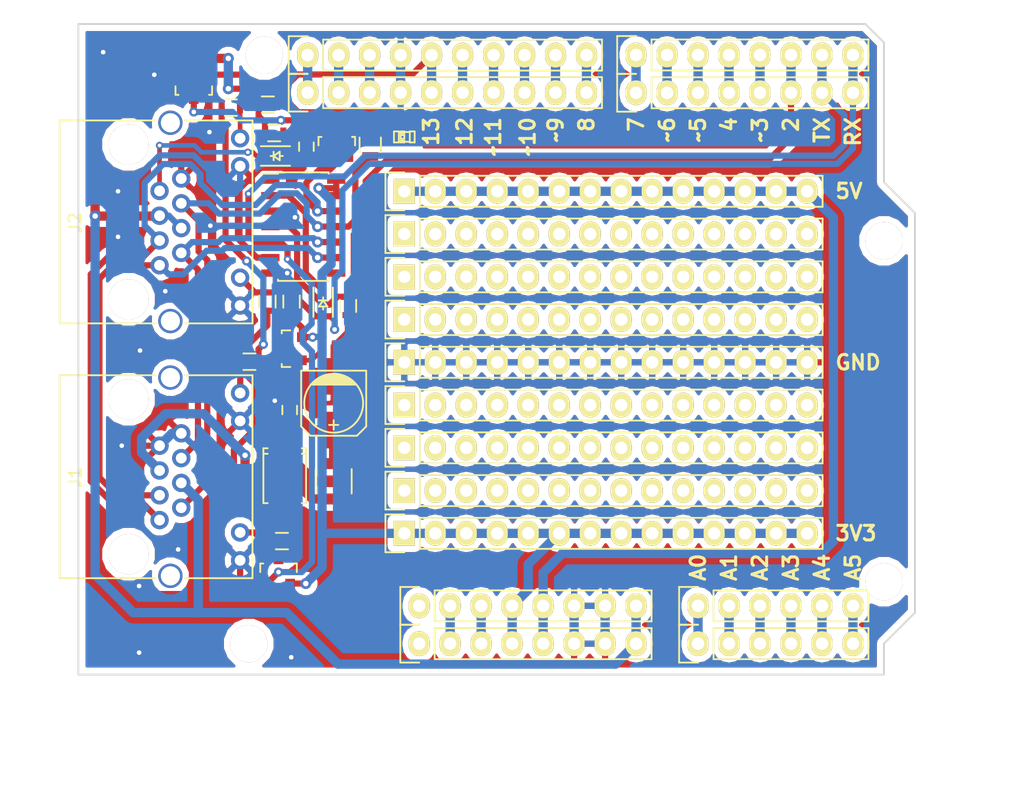
<source format=kicad_pcb>
(kicad_pcb (version 4) (host pcbnew no-vcs-found-product)
  (title_block (date "lun. 30 mars 2015"))
  (layers (0 F.Cu signal) (31 B.Cu signal) (34 B.Paste user) (35 F.Paste user) (36 B.SilkS user) (37 F.SilkS user) (38 B.Mask user) (39 F.Mask user) (44 Edge.Cuts user))
  (net 0 "")
  (net 1 +5V)
  (net 2 "Net-(P1-Pad1)")
  (net 3 +3V3)
  (net 4 VIN)
  (net 5 GNDD)
  (net 6 CC_OUTPUT_DET)
  (net 7 "Net-(D1-Pad1)")
  (net 8 POWER_INPUT)
  (net 9 "Net-(D2-Pad2)")
  (net 10 "Net-(D2-Pad1)")
  (net 11 "Net-(D3-Pad1)")
  (net 12 "Net-(D4-Pad1)")
  (net 13 IO0/RXD)
  (net 14 RS485_TX_LED)
  (net 15 "Net-(J1-Pad10)")
  (net 16 RS485_RX_LED)
  (net 17 "Net-(J1-Pad12)")
  (net 18 RS485_TX-)
  (net 19 RS485_RX-)
  (net 20 RS485_TX+)
  (net 21 RS485_RX+)
  (net 22 "Net-(J2-Pad10)")
  (net 23 "Net-(J2-Pad12)")
  (net 24 IOREF)
  (net 25 RESET)
  (net 26 AD5/SCL)
  (net 27 AD4/SDA)
  (net 28 AD3)
  (net 29 AD2)
  (net 30 AD1)
  (net 31 AD0)
  (net 32 IO8)
  (net 33 IO9)
  (net 34 IO10/SS)
  (net 35 IO11/MOSI)
  (net 36 IO12/MISO)
  (net 37 IO13/SCK)
  (net 38 AREF)
  (net 39 IO1/TXD)
  (net 40 IO2)
  (net 41 IO3)
  (net 42 IO4)
  (net 43 IO5)
  (net 44 IO6)
  (net 45 IO7)
  (net 46 "Net-(P9-Pad1)")
  (net 47 "Net-(P9-Pad2)")
  (net 48 "Net-(P9-Pad3)")
  (net 49 "Net-(P9-Pad4)")
  (net 50 "Net-(P9-Pad5)")
  (net 51 "Net-(P9-Pad6)")
  (net 52 "Net-(P9-Pad7)")
  (net 53 "Net-(P9-Pad8)")
  (net 54 "Net-(P9-Pad9)")
  (net 55 "Net-(P9-Pad10)")
  (net 56 "Net-(P9-Pad11)")
  (net 57 "Net-(P9-Pad12)")
  (net 58 "Net-(P9-Pad13)")
  (net 59 "Net-(P9-Pad14)")
  (net 60 "Net-(P10-Pad1)")
  (net 61 "Net-(P14-Pad1)")
  (net 62 "Net-(P14-Pad2)")
  (net 63 "Net-(P14-Pad3)")
  (net 64 "Net-(P14-Pad4)")
  (net 65 "Net-(P14-Pad5)")
  (net 66 "Net-(P14-Pad6)")
  (net 67 "Net-(P14-Pad7)")
  (net 68 "Net-(P14-Pad8)")
  (net 69 "Net-(P14-Pad9)")
  (net 70 "Net-(P14-Pad10)")
  (net 71 "Net-(P14-Pad11)")
  (net 72 "Net-(P14-Pad12)")
  (net 73 "Net-(P14-Pad13)")
  (net 74 "Net-(P14-Pad14)")
  (net 75 "Net-(P15-Pad1)")
  (net 76 "Net-(P15-Pad2)")
  (net 77 "Net-(P15-Pad3)")
  (net 78 "Net-(P15-Pad4)")
  (net 79 "Net-(P15-Pad5)")
  (net 80 "Net-(P15-Pad6)")
  (net 81 "Net-(P15-Pad7)")
  (net 82 "Net-(P15-Pad8)")
  (net 83 "Net-(P15-Pad9)")
  (net 84 "Net-(P15-Pad10)")
  (net 85 "Net-(P15-Pad11)")
  (net 86 "Net-(P15-Pad12)")
  (net 87 "Net-(P15-Pad13)")
  (net 88 "Net-(P15-Pad14)")
  (net 89 "Net-(P16-Pad1)")
  (net 90 "Net-(P16-Pad2)")
  (net 91 "Net-(P16-Pad3)")
  (net 92 "Net-(P16-Pad4)")
  (net 93 "Net-(P16-Pad5)")
  (net 94 "Net-(P16-Pad6)")
  (net 95 "Net-(P16-Pad7)")
  (net 96 "Net-(P16-Pad8)")
  (net 97 "Net-(P16-Pad9)")
  (net 98 "Net-(P16-Pad10)")
  (net 99 "Net-(P16-Pad11)")
  (net 100 "Net-(P16-Pad12)")
  (net 101 "Net-(P16-Pad13)")
  (net 102 "Net-(P16-Pad14)")
  (net 103 "Net-(Q4-Pad2)")
  (net 104 "Net-(P17-Pad1)")
  (net 105 "Net-(P17-Pad2)")
  (net 106 "Net-(P17-Pad3)")
  (net 107 "Net-(P17-Pad4)")
  (net 108 "Net-(P17-Pad5)")
  (net 109 "Net-(P17-Pad6)")
  (net 110 "Net-(P17-Pad7)")
  (net 111 "Net-(P17-Pad8)")
  (net 112 "Net-(P17-Pad9)")
  (net 113 "Net-(P17-Pad10)")
  (net 114 "Net-(P17-Pad11)")
  (net 115 "Net-(P17-Pad12)")
  (net 116 "Net-(P17-Pad13)")
  (net 117 "Net-(P17-Pad14)")
  (net 118 "Net-(P18-Pad1)")
  (net 119 "Net-(P18-Pad2)")
  (net 120 "Net-(P18-Pad3)")
  (net 121 "Net-(P18-Pad4)")
  (net 122 "Net-(P18-Pad5)")
  (net 123 "Net-(P18-Pad6)")
  (net 124 "Net-(P18-Pad7)")
  (net 125 "Net-(P18-Pad8)")
  (net 126 "Net-(P18-Pad9)")
  (net 127 "Net-(P18-Pad10)")
  (net 128 "Net-(P18-Pad11)")
  (net 129 "Net-(P18-Pad12)")
  (net 130 "Net-(P18-Pad13)")
  (net 131 "Net-(P18-Pad14)")
  (net 132 +12V)
  (module Capacitors_SMD:c_elec_5x5.3 (layer F.Cu) (at 131.9276 104.1146 270)
    (fp_text reference C1 hide)
    (fp_text value 10uF hide)
    (pad 1 smd rect (at 2.19964 0 270) (size 2.99974 1.6002) (layers F.Cu F.Paste F.Mask) (net 4 VIN))
    (pad 2 smd rect (at -2.19964 0 270) (size 2.99974 1.6002) (layers F.Cu F.Paste F.Mask) (net 5 GNDD))
  )
  (module Socket_Arduino_Uno:Socket_Strip_Arduino_1x08 (layer F.Cu) (at 138.938 123.825)
    (fp_text reference P1 hide)
    (fp_text value Power)
    (pad 1 thru_hole oval (at 0 0) (size 1.7272 2.032) (drill 1.016) (layers *.Cu *.Mask F.SilkS) (net 2 "Net-(P1-Pad1)"))
    (pad 2 thru_hole oval (at 2.54 0) (size 1.7272 2.032) (drill 1.016) (layers *.Cu *.Mask F.SilkS) (net 24 IOREF))
    (pad 3 thru_hole oval (at 5.08 0) (size 1.7272 2.032) (drill 1.016) (layers *.Cu *.Mask F.SilkS) (net 25 RESET))
    (pad 4 thru_hole oval (at 7.62 0) (size 1.7272 2.032) (drill 1.016) (layers *.Cu *.Mask F.SilkS) (net 3 +3V3))
    (pad 5 thru_hole oval (at 10.16 0) (size 1.7272 2.032) (drill 1.016) (layers *.Cu *.Mask F.SilkS) (net 1 +5V))
    (pad 6 thru_hole oval (at 12.7 0) (size 1.7272 2.032) (drill 1.016) (layers *.Cu *.Mask F.SilkS) (net 5 GNDD))
    (pad 7 thru_hole oval (at 15.24 0) (size 1.7272 2.032) (drill 1.016) (layers *.Cu *.Mask F.SilkS) (net 5 GNDD))
    (pad 8 thru_hole oval (at 17.78 0) (size 1.7272 2.032) (drill 1.016) (layers *.Cu *.Mask F.SilkS) (net 132 +12V))
  )
  (module Socket_Arduino_Uno:Socket_Strip_Arduino_1x06 (layer F.Cu) (at 161.798 123.825)
    (fp_text reference P2 hide)
    (fp_text value Analog)
    (pad 1 thru_hole oval (at 0 0) (size 1.7272 2.032) (drill 1.016) (layers *.Cu *.Mask F.SilkS) (net 31 AD0))
    (pad 2 thru_hole oval (at 2.54 0) (size 1.7272 2.032) (drill 1.016) (layers *.Cu *.Mask F.SilkS) (net 30 AD1))
    (pad 3 thru_hole oval (at 5.08 0) (size 1.7272 2.032) (drill 1.016) (layers *.Cu *.Mask F.SilkS) (net 29 AD2))
    (pad 4 thru_hole oval (at 7.62 0) (size 1.7272 2.032) (drill 1.016) (layers *.Cu *.Mask F.SilkS) (net 28 AD3))
    (pad 5 thru_hole oval (at 10.16 0) (size 1.7272 2.032) (drill 1.016) (layers *.Cu *.Mask F.SilkS) (net 27 AD4/SDA))
    (pad 6 thru_hole oval (at 12.7 0) (size 1.7272 2.032) (drill 1.016) (layers *.Cu *.Mask F.SilkS) (net 26 AD5/SCL))
  )
  (module Socket_Arduino_Uno:Socket_Strip_Arduino_1x10 (layer F.Cu) (at 129.794 75.5777)
    (fp_text reference P3 hide)
    (fp_text value Digital)
    (pad 1 thru_hole oval (at 0 0) (size 1.7272 2.032) (drill 1.016) (layers *.Cu *.Mask F.SilkS) (net 26 AD5/SCL))
    (pad 2 thru_hole oval (at 2.54 0) (size 1.7272 2.032) (drill 1.016) (layers *.Cu *.Mask F.SilkS) (net 27 AD4/SDA))
    (pad 3 thru_hole oval (at 5.08 0) (size 1.7272 2.032) (drill 1.016) (layers *.Cu *.Mask F.SilkS) (net 38 AREF))
    (pad 4 thru_hole oval (at 7.62 0) (size 1.7272 2.032) (drill 1.016) (layers *.Cu *.Mask F.SilkS) (net 5 GNDD))
    (pad 5 thru_hole oval (at 10.16 0) (size 1.7272 2.032) (drill 1.016) (layers *.Cu *.Mask F.SilkS) (net 37 IO13/SCK))
    (pad 6 thru_hole oval (at 12.7 0) (size 1.7272 2.032) (drill 1.016) (layers *.Cu *.Mask F.SilkS) (net 36 IO12/MISO))
    (pad 7 thru_hole oval (at 15.24 0) (size 1.7272 2.032) (drill 1.016) (layers *.Cu *.Mask F.SilkS) (net 35 IO11/MOSI))
    (pad 8 thru_hole oval (at 17.78 0) (size 1.7272 2.032) (drill 1.016) (layers *.Cu *.Mask F.SilkS) (net 34 IO10/SS))
    (pad 9 thru_hole oval (at 20.32 0) (size 1.7272 2.032) (drill 1.016) (layers *.Cu *.Mask F.SilkS) (net 33 IO9))
    (pad 10 thru_hole oval (at 22.86 0) (size 1.7272 2.032) (drill 1.016) (layers *.Cu *.Mask F.SilkS) (net 32 IO8))
  )
  (module Socket_Arduino_Uno:Socket_Strip_Arduino_1x08 (layer F.Cu) (at 156.718 75.565)
    (fp_text reference P4 hide)
    (fp_text value Digital)
    (pad 1 thru_hole oval (at 0 0) (size 1.7272 2.032) (drill 1.016) (layers *.Cu *.Mask F.SilkS) (net 45 IO7))
    (pad 2 thru_hole oval (at 2.54 0) (size 1.7272 2.032) (drill 1.016) (layers *.Cu *.Mask F.SilkS) (net 44 IO6))
    (pad 3 thru_hole oval (at 5.08 0) (size 1.7272 2.032) (drill 1.016) (layers *.Cu *.Mask F.SilkS) (net 43 IO5))
    (pad 4 thru_hole oval (at 7.62 0) (size 1.7272 2.032) (drill 1.016) (layers *.Cu *.Mask F.SilkS) (net 42 IO4))
    (pad 5 thru_hole oval (at 10.16 0) (size 1.7272 2.032) (drill 1.016) (layers *.Cu *.Mask F.SilkS) (net 41 IO3))
    (pad 6 thru_hole oval (at 12.7 0) (size 1.7272 2.032) (drill 1.016) (layers *.Cu *.Mask F.SilkS) (net 40 IO2))
    (pad 7 thru_hole oval (at 15.24 0) (size 1.7272 2.032) (drill 1.016) (layers *.Cu *.Mask F.SilkS) (net 39 IO1/TXD))
    (pad 8 thru_hole oval (at 17.78 0) (size 1.7272 2.032) (drill 1.016) (layers *.Cu *.Mask F.SilkS) (net 13 IO0/RXD))
  )
  (module Capacitors_SMD:C_0603 (layer F.Cu) (at 128.3208 104.6734 90)
    (fp_text reference C2 hide)
    (fp_text value 100nF hide)
    (pad 1 smd rect (at -0.75 0 90) (size 0.8 0.75) (layers F.Cu F.Paste F.Mask) (net 4 VIN))
    (pad 2 smd rect (at 0.75 0 90) (size 0.8 0.75) (layers F.Cu F.Paste F.Mask) (net 5 GNDD))
  )
  (module Capacitors_SMD:C_0603 (layer F.Cu) (at 129.6924 83.0834 270)
    (fp_text reference C3 hide)
    (fp_text value 100nF hide)
    (pad 1 smd rect (at -0.75 0 270) (size 0.8 0.75) (layers F.Cu F.Paste F.Mask) (net 6 CC_OUTPUT_DET))
    (pad 2 smd rect (at 0.75 0 270) (size 0.8 0.75) (layers F.Cu F.Paste F.Mask) (net 5 GNDD))
  )
  (module Diodes_SMD:Diode-SMA_Standard (layer F.Cu) (at 127.9144 110.0582 270)
    (fp_text reference D1 hide)
    (fp_text value CGRA4007-G hide)
    (pad 1 smd rect (at -1.99898 0 270) (size 2.49936 1.80086) (layers F.Cu F.Paste F.Mask) (net 7 "Net-(D1-Pad1)"))
    (pad 2 smd rect (at 1.99898 0 270) (size 2.49936 1.80086) (layers F.Cu F.Paste F.Mask) (net 8 POWER_INPUT))
  )
  (module LEDs:LED-0603 (layer F.Cu) (at 137.7188 82.2833)
    (fp_text reference D2 hide)
    (fp_text value LED hide)
    (pad 2 smd rect (at 0.7493 0 180) (size 0.79756 0.79756) (layers F.Cu F.Paste F.Mask) (net 9 "Net-(D2-Pad2)"))
    (pad 1 smd rect (at -0.7493 0 180) (size 0.79756 0.79756) (layers F.Cu F.Paste F.Mask) (net 10 "Net-(D2-Pad1)"))
  )
  (module Diodes_SMD:SOD-323 (layer F.Cu) (at 127.254 83.8454)
    (fp_text reference D3 hide)
    (fp_text value 1N4148 hide)
    (pad 1 smd rect (at -1.055 0) (size 0.59 0.45) (layers F.Cu F.Paste F.Mask) (net 11 "Net-(D3-Pad1)"))
    (pad 2 smd rect (at 1.055 0) (size 0.59 0.45) (layers F.Cu F.Paste F.Mask) (net 6 CC_OUTPUT_DET))
  )
  (module Diodes_SMD:SOD-323 (layer F.Cu) (at 131.064 95.9358 270)
    (fp_text reference D4 hide)
    (fp_text value 1N4148 hide)
    (pad 1 smd rect (at -1.055 0 270) (size 0.59 0.45) (layers F.Cu F.Paste F.Mask) (net 12 "Net-(D4-Pad1)"))
    (pad 2 smd rect (at 1.055 0 270) (size 0.59 0.45) (layers F.Cu F.Paste F.Mask) (net 13 IO0/RXD))
  )
  (module Connect:RJHSE538X (layer F.Cu) (at 117.6528 113.695 90)
    (fp_text reference J1 (at 3.4925 -6.9215 90) (layer F.SilkS))
    (fp_text value CC_INPUT hide)
    (pad "" thru_hole circle (at 11.684 0.889 90) (size 2 2) (drill 1.57) (layers *.Cu *.Mask))
    (pad 9 thru_hole circle (at -3.302 6.604 90) (size 1.50114 1.50114) (drill 0.889) (layers *.Cu *.Mask) (net 5 GNDD))
    (pad 10 thru_hole circle (at -1.016 6.604 90) (size 1.50114 1.50114) (drill 0.889) (layers *.Cu *.Mask) (net 15 "Net-(J1-Pad10)"))
    (pad 11 thru_hole circle (at 8.128 6.604 90) (size 1.50114 1.50114) (drill 0.889) (layers *.Cu *.Mask) (net 5 GNDD))
    (pad 12 thru_hole circle (at 10.414 6.604 90) (size 1.50114 1.50114) (drill 0.889) (layers *.Cu *.Mask) (net 17 "Net-(J1-Pad12)"))
    (pad 8 thru_hole circle (at 7.112 1.778 90) (size 1.50114 1.50114) (drill 0.889) (layers *.Cu *.Mask) (net 5 GNDD))
    (pad 6 thru_hole circle (at 5.08 1.778 90) (size 1.50114 1.50114) (drill 0.889) (layers *.Cu *.Mask) (net 18 RS485_TX-))
    (pad 4 thru_hole circle (at 3.048 1.778 90) (size 1.50114 1.50114) (drill 0.889) (layers *.Cu *.Mask) (net 132 +12V))
    (pad 2 thru_hole circle (at 1.016 1.778 90) (size 1.50114 1.50114) (drill 0.889) (layers *.Cu *.Mask) (net 19 RS485_RX-))
    (pad 5 thru_hole circle (at 4.064 0 90) (size 1.50114 1.50114) (drill 0.889) (layers *.Cu *.Mask) (net 8 POWER_INPUT))
    (pad 3 thru_hole circle (at 2.032 0 90) (size 1.50114 1.50114) (drill 0.889) (layers *.Cu *.Mask) (net 20 RS485_TX+))
    (pad 7 thru_hole circle (at 6.096 0 90) (size 1.50114 1.50114) (drill 0.889) (layers *.Cu *.Mask) (net 5 GNDD))
    (pad 1 thru_hole circle (at 0 0 90) (size 1.50114 1.50114) (drill 0.889) (layers *.Cu *.Mask) (net 21 RS485_RX+))
    (pad "" thru_hole circle (at -2.794 -2.54 90) (size 3.3 3.3) (drill 3.3) (layers *.Cu *.Mask F.SilkS))
    (pad "" thru_hole circle (at 9.906 -2.54 90) (size 3.3 3.3) (drill 3.3) (layers *.Cu *.Mask F.SilkS))
    (pad "" thru_hole circle (at -4.572 0.889 90) (size 2 2) (drill 1.57) (layers *.Cu *.Mask))
  )
  (module Connect:RJHSE538X (layer F.Cu) (at 117.6528 92.807 90)
    (fp_text reference J2 (at 3.4925 -6.9215 90) (layer F.SilkS))
    (fp_text value CC_OUTPUT hide)
    (pad "" thru_hole circle (at 11.684 0.889 90) (size 2 2) (drill 1.57) (layers *.Cu *.Mask))
    (pad 9 thru_hole circle (at -3.302 6.604 90) (size 1.50114 1.50114) (drill 0.889) (layers *.Cu *.Mask) (net 5 GNDD))
    (pad 10 thru_hole circle (at -1.016 6.604 90) (size 1.50114 1.50114) (drill 0.889) (layers *.Cu *.Mask) (net 22 "Net-(J2-Pad10)"))
    (pad 11 thru_hole circle (at 8.128 6.604 90) (size 1.50114 1.50114) (drill 0.889) (layers *.Cu *.Mask) (net 5 GNDD))
    (pad 12 thru_hole circle (at 10.414 6.604 90) (size 1.50114 1.50114) (drill 0.889) (layers *.Cu *.Mask) (net 23 "Net-(J2-Pad12)"))
    (pad 8 thru_hole circle (at 7.112 1.778 90) (size 1.50114 1.50114) (drill 0.889) (layers *.Cu *.Mask) (net 5 GNDD))
    (pad 6 thru_hole circle (at 5.08 1.778 90) (size 1.50114 1.50114) (drill 0.889) (layers *.Cu *.Mask) (net 19 RS485_RX-))
    (pad 4 thru_hole circle (at 3.048 1.778 90) (size 1.50114 1.50114) (drill 0.889) (layers *.Cu *.Mask) (net 132 +12V))
    (pad 2 thru_hole circle (at 1.016 1.778 90) (size 1.50114 1.50114) (drill 0.889) (layers *.Cu *.Mask) (net 18 RS485_TX-))
    (pad 5 thru_hole circle (at 4.064 0 90) (size 1.50114 1.50114) (drill 0.889) (layers *.Cu *.Mask) (net 132 +12V))
    (pad 3 thru_hole circle (at 2.032 0 90) (size 1.50114 1.50114) (drill 0.889) (layers *.Cu *.Mask) (net 21 RS485_RX+))
    (pad 7 thru_hole circle (at 6.096 0 90) (size 1.50114 1.50114) (drill 0.889) (layers *.Cu *.Mask) (net 11 "Net-(D3-Pad1)"))
    (pad 1 thru_hole circle (at 0 0 90) (size 1.50114 1.50114) (drill 0.889) (layers *.Cu *.Mask) (net 20 RS485_TX+))
    (pad "" thru_hole circle (at -2.794 -2.54 90) (size 3.3 3.3) (drill 3.3) (layers *.Cu *.Mask F.SilkS))
    (pad "" thru_hole circle (at 9.906 -2.54 90) (size 3.3 3.3) (drill 3.3) (layers *.Cu *.Mask F.SilkS))
    (pad "" thru_hole circle (at -4.572 0.889 90) (size 2 2) (drill 1.57) (layers *.Cu *.Mask))
  )
  (module Housings_SOT-23_SOT-143_TSOT-6:SOT-23 (layer F.Cu) (at 120.4595 78.1812 180)
    (fp_text reference Q1 hide)
    (fp_text value 2N7002 hide)
    (pad 1 smd rect (at -0.95 1.00076 180) (size 0.8001 0.8001) (layers F.Cu F.Paste F.Mask) (net 37 IO13/SCK))
    (pad 2 smd rect (at 0.95 1.00076 180) (size 0.8001 0.8001) (layers F.Cu F.Paste F.Mask) (net 5 GNDD))
    (pad 3 smd rect (at 0 -0.99822 180) (size 0.8001 0.8001) (layers F.Cu F.Paste F.Mask) (net 10 "Net-(D2-Pad1)"))
  )
  (module Housings_SOT-23_SOT-143_TSOT-6:SOT-23 (layer F.Cu) (at 128.3208 99.6442 90)
    (fp_text reference Q2 hide)
    (fp_text value BSS84 hide)
    (pad 1 smd rect (at -0.95 1.00076 90) (size 0.8001 0.8001) (layers F.Cu F.Paste F.Mask) (net 13 IO0/RXD))
    (pad 2 smd rect (at 0.95 1.00076 90) (size 0.8001 0.8001) (layers F.Cu F.Paste F.Mask) (net 3 +3V3))
    (pad 3 smd rect (at 0 -0.99822 90) (size 0.8001 0.8001) (layers F.Cu F.Paste F.Mask) (net 16 RS485_RX_LED))
  )
  (module Housings_SOT-23_SOT-143_TSOT-6:SOT-23 (layer F.Cu) (at 127.4064 117.9068)
    (fp_text reference Q3 hide)
    (fp_text value BSS84 hide)
    (pad 1 smd rect (at -0.95 1.00076) (size 0.8001 0.8001) (layers F.Cu F.Paste F.Mask) (net 39 IO1/TXD))
    (pad 2 smd rect (at 0.95 1.00076) (size 0.8001 0.8001) (layers F.Cu F.Paste F.Mask) (net 3 +3V3))
    (pad 3 smd rect (at 0 -0.99822) (size 0.8001 0.8001) (layers F.Cu F.Paste F.Mask) (net 14 RS485_TX_LED))
  )
  (module Housings_SOT-23_SOT-143_TSOT-6:SOT-23 (layer F.Cu) (at 132.1816 82.931)
    (fp_text reference Q4 hide)
    (fp_text value IRFML8244TRPBF hide)
    (pad 1 smd rect (at -0.95 1.00076) (size 0.8001 0.8001) (layers F.Cu F.Paste F.Mask) (net 6 CC_OUTPUT_DET))
    (pad 2 smd rect (at 0.95 1.00076) (size 0.8001 0.8001) (layers F.Cu F.Paste F.Mask) (net 103 "Net-(Q4-Pad2)"))
    (pad 3 smd rect (at 0 -0.99822) (size 0.8001 0.8001) (layers F.Cu F.Paste F.Mask) (net 21 RS485_RX+))
  )
  (module Resistors_SMD:R_0603 (layer F.Cu) (at 126.5301 79.6417)
    (fp_text reference R1 hide)
    (fp_text value 1K hide)
    (pad 1 smd rect (at -0.75 0) (size 0.5 0.9) (layers F.Cu F.Paste F.Mask) (net 132 +12V))
    (pad 2 smd rect (at 0.75 0) (size 0.5 0.9) (layers F.Cu F.Paste F.Mask) (net 9 "Net-(D2-Pad2)"))
  )
  (module Resistors_SMD:R_0603 (layer F.Cu) (at 125.0188 100.711)
    (fp_text reference R2 hide)
    (fp_text value 330R hide)
    (pad 1 smd rect (at -0.75 0) (size 0.5 0.9) (layers F.Cu F.Paste F.Mask) (net 17 "Net-(J1-Pad12)"))
    (pad 2 smd rect (at 0.75 0) (size 0.5 0.9) (layers F.Cu F.Paste F.Mask) (net 16 RS485_RX_LED))
  )
  (module Resistors_SMD:R_0603 (layer F.Cu) (at 127.6858 115.4176)
    (fp_text reference R3 hide)
    (fp_text value 330R hide)
    (pad 1 smd rect (at -0.75 0) (size 0.5 0.9) (layers F.Cu F.Paste F.Mask) (net 15 "Net-(J1-Pad10)"))
    (pad 2 smd rect (at 0.75 0) (size 0.5 0.9) (layers F.Cu F.Paste F.Mask) (net 14 RS485_TX_LED))
  )
  (module Resistors_SMD:R_0603 (layer F.Cu) (at 123.4948 79.883 180)
    (fp_text reference R4 hide)
    (fp_text value 330R hide)
    (pad 1 smd rect (at -0.75 0 180) (size 0.5 0.9) (layers F.Cu F.Paste F.Mask) (net 23 "Net-(J2-Pad12)"))
    (pad 2 smd rect (at 0.75 0 180) (size 0.5 0.9) (layers F.Cu F.Paste F.Mask) (net 16 RS485_RX_LED))
  )
  (module Resistors_SMD:R_0603 (layer F.Cu) (at 126.492 95.7834 270)
    (fp_text reference R5 hide)
    (fp_text value 330R hide)
    (pad 1 smd rect (at -0.75 0 270) (size 0.5 0.9) (layers F.Cu F.Paste F.Mask) (net 22 "Net-(J2-Pad10)"))
    (pad 2 smd rect (at 0.75 0 270) (size 0.5 0.9) (layers F.Cu F.Paste F.Mask) (net 14 RS485_TX_LED))
  )
  (module Resistors_SMD:R_0603 (layer F.Cu) (at 127.0508 81.9658)
    (fp_text reference R8 hide)
    (fp_text value 10K hide)
    (pad 1 smd rect (at -0.75 0) (size 0.5 0.9) (layers F.Cu F.Paste F.Mask) (net 132 +12V))
    (pad 2 smd rect (at 0.75 0) (size 0.5 0.9) (layers F.Cu F.Paste F.Mask) (net 6 CC_OUTPUT_DET))
  )
  (module Resistors_SMD:R_0805 (layer F.Cu) (at 134.9248 82.931 270)
    (fp_text reference R9 hide)
    (fp_text value 100R hide)
    (pad 1 smd rect (at -0.95 0 270) (size 0.7 1.3) (layers F.Cu F.Paste F.Mask) (net 103 "Net-(Q4-Pad2)"))
    (pad 2 smd rect (at 0.95 0 270) (size 0.7 1.3) (layers F.Cu F.Paste F.Mask) (net 19 RS485_RX-))
  )
  (module Resistors_SMD:R_0603 (layer F.Cu) (at 133.096 96.139 90)
    (fp_text reference R10 hide)
    (fp_text value 10K hide)
    (pad 1 smd rect (at -0.75 0 90) (size 0.5 0.9) (layers F.Cu F.Paste F.Mask) (net 5 GNDD))
    (pad 2 smd rect (at 0.75 0 90) (size 0.5 0.9) (layers F.Cu F.Paste F.Mask) (net 40 IO2))
  )
  (module Resistors_SMD:R_0603 (layer F.Cu) (at 128.4732 95.7834 90)
    (fp_text reference R11 hide)
    (fp_text value 10K hide)
    (pad 1 smd rect (at -0.75 0 90) (size 0.5 0.9) (layers F.Cu F.Paste F.Mask) (net 3 +3V3))
    (pad 2 smd rect (at 0.75 0 90) (size 0.5 0.9) (layers F.Cu F.Paste F.Mask) (net 13 IO0/RXD))
  )
  (module Resistors_SMD:R_1210 (layer F.Cu) (at 131.9276 110.5154 90)
    (fp_text reference RT1 hide)
    (fp_text value PTC_FUSE hide)
    (pad 1 smd rect (at -1.45 0 90) (size 0.9 2.5) (layers F.Cu F.Paste F.Mask) (net 7 "Net-(D1-Pad1)"))
    (pad 2 smd rect (at 1.45 0 90) (size 0.9 2.5) (layers F.Cu F.Paste F.Mask) (net 4 VIN))
  )
  (module Housings_SOIC:SOIC-14_3.9x8.7mm_Pitch1.27mm (layer F.Cu) (at 129.4384 89.6366)
    (fp_text reference U1 hide)
    (fp_text value ISL83491 hide)
    (pad 1 smd rect (at -2.7 -3.81) (size 1.5 0.6) (layers F.Cu F.Paste F.Mask))
    (pad 2 smd rect (at -2.7 -2.54) (size 1.5 0.6) (layers F.Cu F.Paste F.Mask) (net 12 "Net-(D4-Pad1)"))
    (pad 3 smd rect (at -2.7 -1.27) (size 1.5 0.6) (layers F.Cu F.Paste F.Mask) (net 5 GNDD))
    (pad 4 smd rect (at -2.7 0) (size 1.5 0.6) (layers F.Cu F.Paste F.Mask) (net 40 IO2))
    (pad 5 smd rect (at -2.7 1.27) (size 1.5 0.6) (layers F.Cu F.Paste F.Mask) (net 39 IO1/TXD))
    (pad 6 smd rect (at -2.7 2.54) (size 1.5 0.6) (layers F.Cu F.Paste F.Mask) (net 5 GNDD))
    (pad 7 smd rect (at -2.7 3.81) (size 1.5 0.6) (layers F.Cu F.Paste F.Mask) (net 5 GNDD))
    (pad 8 smd rect (at 2.7 3.81) (size 1.5 0.6) (layers F.Cu F.Paste F.Mask))
    (pad 9 smd rect (at 2.7 2.54) (size 1.5 0.6) (layers F.Cu F.Paste F.Mask) (net 20 RS485_TX+))
    (pad 10 smd rect (at 2.7 1.27) (size 1.5 0.6) (layers F.Cu F.Paste F.Mask) (net 18 RS485_TX-))
    (pad 11 smd rect (at 2.7 0) (size 1.5 0.6) (layers F.Cu F.Paste F.Mask) (net 19 RS485_RX-))
    (pad 12 smd rect (at 2.7 -1.27) (size 1.5 0.6) (layers F.Cu F.Paste F.Mask) (net 21 RS485_RX+))
    (pad 13 smd rect (at 2.7 -2.54) (size 1.5 0.6) (layers F.Cu F.Paste F.Mask) (net 3 +3V3))
    (pad 14 smd rect (at 2.7 -3.81) (size 1.5 0.6) (layers F.Cu F.Paste F.Mask) (net 3 +3V3))
  )
  (module Pin_Headers:Pin_Header_Straight_1x14 (layer F.Cu) (at 137.7188 107.7722 90)
    (fp_text reference P17 hide)
    (fp_text value ~ hide)
    (pad 1 thru_hole rect (at 0 0 90) (size 2.032 1.7272) (drill 1.016) (layers *.Cu *.Mask F.SilkS) (net 104 "Net-(P17-Pad1)"))
    (pad 2 thru_hole oval (at 0 2.54 90) (size 2.032 1.7272) (drill 1.016) (layers *.Cu *.Mask F.SilkS) (net 105 "Net-(P17-Pad2)"))
    (pad 3 thru_hole oval (at 0 5.08 90) (size 2.032 1.7272) (drill 1.016) (layers *.Cu *.Mask F.SilkS) (net 106 "Net-(P17-Pad3)"))
    (pad 4 thru_hole oval (at 0 7.62 90) (size 2.032 1.7272) (drill 1.016) (layers *.Cu *.Mask F.SilkS) (net 107 "Net-(P17-Pad4)"))
    (pad 5 thru_hole oval (at 0 10.16 90) (size 2.032 1.7272) (drill 1.016) (layers *.Cu *.Mask F.SilkS) (net 108 "Net-(P17-Pad5)"))
    (pad 6 thru_hole oval (at 0 12.7 90) (size 2.032 1.7272) (drill 1.016) (layers *.Cu *.Mask F.SilkS) (net 109 "Net-(P17-Pad6)"))
    (pad 7 thru_hole oval (at 0 15.24 90) (size 2.032 1.7272) (drill 1.016) (layers *.Cu *.Mask F.SilkS) (net 110 "Net-(P17-Pad7)"))
    (pad 8 thru_hole oval (at 0 17.78 90) (size 2.032 1.7272) (drill 1.016) (layers *.Cu *.Mask F.SilkS) (net 111 "Net-(P17-Pad8)"))
    (pad 9 thru_hole oval (at 0 20.32 90) (size 2.032 1.7272) (drill 1.016) (layers *.Cu *.Mask F.SilkS) (net 112 "Net-(P17-Pad9)"))
    (pad 10 thru_hole oval (at 0 22.86 90) (size 2.032 1.7272) (drill 1.016) (layers *.Cu *.Mask F.SilkS) (net 113 "Net-(P17-Pad10)"))
    (pad 11 thru_hole oval (at 0 25.4 90) (size 2.032 1.7272) (drill 1.016) (layers *.Cu *.Mask F.SilkS) (net 114 "Net-(P17-Pad11)"))
    (pad 12 thru_hole oval (at 0 27.94 90) (size 2.032 1.7272) (drill 1.016) (layers *.Cu *.Mask F.SilkS) (net 115 "Net-(P17-Pad12)"))
    (pad 13 thru_hole oval (at 0 30.48 90) (size 2.032 1.7272) (drill 1.016) (layers *.Cu *.Mask F.SilkS) (net 116 "Net-(P17-Pad13)"))
    (pad 14 thru_hole oval (at 0 33.02 90) (size 2.032 1.7272) (drill 1.016) (layers *.Cu *.Mask F.SilkS) (net 117 "Net-(P17-Pad14)"))
  )
  (module Pin_Headers:Pin_Header_Straight_1x14 (layer F.Cu) (at 137.7188 111.2774 90)
    (fp_text reference P18 hide)
    (fp_text value ~ hide)
    (pad 1 thru_hole rect (at 0 0 90) (size 2.032 1.7272) (drill 1.016) (layers *.Cu *.Mask F.SilkS) (net 118 "Net-(P18-Pad1)"))
    (pad 2 thru_hole oval (at 0 2.54 90) (size 2.032 1.7272) (drill 1.016) (layers *.Cu *.Mask F.SilkS) (net 119 "Net-(P18-Pad2)"))
    (pad 3 thru_hole oval (at 0 5.08 90) (size 2.032 1.7272) (drill 1.016) (layers *.Cu *.Mask F.SilkS) (net 120 "Net-(P18-Pad3)"))
    (pad 4 thru_hole oval (at 0 7.62 90) (size 2.032 1.7272) (drill 1.016) (layers *.Cu *.Mask F.SilkS) (net 121 "Net-(P18-Pad4)"))
    (pad 5 thru_hole oval (at 0 10.16 90) (size 2.032 1.7272) (drill 1.016) (layers *.Cu *.Mask F.SilkS) (net 122 "Net-(P18-Pad5)"))
    (pad 6 thru_hole oval (at 0 12.7 90) (size 2.032 1.7272) (drill 1.016) (layers *.Cu *.Mask F.SilkS) (net 123 "Net-(P18-Pad6)"))
    (pad 7 thru_hole oval (at 0 15.24 90) (size 2.032 1.7272) (drill 1.016) (layers *.Cu *.Mask F.SilkS) (net 124 "Net-(P18-Pad7)"))
    (pad 8 thru_hole oval (at 0 17.78 90) (size 2.032 1.7272) (drill 1.016) (layers *.Cu *.Mask F.SilkS) (net 125 "Net-(P18-Pad8)"))
    (pad 9 thru_hole oval (at 0 20.32 90) (size 2.032 1.7272) (drill 1.016) (layers *.Cu *.Mask F.SilkS) (net 126 "Net-(P18-Pad9)"))
    (pad 10 thru_hole oval (at 0 22.86 90) (size 2.032 1.7272) (drill 1.016) (layers *.Cu *.Mask F.SilkS) (net 127 "Net-(P18-Pad10)"))
    (pad 11 thru_hole oval (at 0 25.4 90) (size 2.032 1.7272) (drill 1.016) (layers *.Cu *.Mask F.SilkS) (net 128 "Net-(P18-Pad11)"))
    (pad 12 thru_hole oval (at 0 27.94 90) (size 2.032 1.7272) (drill 1.016) (layers *.Cu *.Mask F.SilkS) (net 129 "Net-(P18-Pad12)"))
    (pad 13 thru_hole oval (at 0 30.48 90) (size 2.032 1.7272) (drill 1.016) (layers *.Cu *.Mask F.SilkS) (net 130 "Net-(P18-Pad13)"))
    (pad 14 thru_hole oval (at 0 33.02 90) (size 2.032 1.7272) (drill 1.016) (layers *.Cu *.Mask F.SilkS) (net 131 "Net-(P18-Pad14)"))
  )
  (module Pin_Headers:Pin_Header_Straight_1x14 (layer F.Cu) (at 137.7188 114.7826 90)
    (fp_text reference P19 hide)
    (fp_text value ~ hide)
    (pad 1 thru_hole rect (at 0 0 90) (size 2.032 1.7272) (drill 1.016) (layers *.Cu *.Mask F.SilkS) (net 3 +3V3))
    (pad 2 thru_hole oval (at 0 2.54 90) (size 2.032 1.7272) (drill 1.016) (layers *.Cu *.Mask F.SilkS) (net 3 +3V3))
    (pad 3 thru_hole oval (at 0 5.08 90) (size 2.032 1.7272) (drill 1.016) (layers *.Cu *.Mask F.SilkS) (net 3 +3V3))
    (pad 4 thru_hole oval (at 0 7.62 90) (size 2.032 1.7272) (drill 1.016) (layers *.Cu *.Mask F.SilkS) (net 3 +3V3))
    (pad 5 thru_hole oval (at 0 10.16 90) (size 2.032 1.7272) (drill 1.016) (layers *.Cu *.Mask F.SilkS) (net 3 +3V3))
    (pad 6 thru_hole oval (at 0 12.7 90) (size 2.032 1.7272) (drill 1.016) (layers *.Cu *.Mask F.SilkS) (net 3 +3V3))
    (pad 7 thru_hole oval (at 0 15.24 90) (size 2.032 1.7272) (drill 1.016) (layers *.Cu *.Mask F.SilkS) (net 3 +3V3))
    (pad 8 thru_hole oval (at 0 17.78 90) (size 2.032 1.7272) (drill 1.016) (layers *.Cu *.Mask F.SilkS) (net 3 +3V3))
    (pad 9 thru_hole oval (at 0 20.32 90) (size 2.032 1.7272) (drill 1.016) (layers *.Cu *.Mask F.SilkS) (net 3 +3V3))
    (pad 10 thru_hole oval (at 0 22.86 90) (size 2.032 1.7272) (drill 1.016) (layers *.Cu *.Mask F.SilkS) (net 3 +3V3))
    (pad 11 thru_hole oval (at 0 25.4 90) (size 2.032 1.7272) (drill 1.016) (layers *.Cu *.Mask F.SilkS) (net 3 +3V3))
    (pad 12 thru_hole oval (at 0 27.94 90) (size 2.032 1.7272) (drill 1.016) (layers *.Cu *.Mask F.SilkS) (net 3 +3V3))
    (pad 13 thru_hole oval (at 0 30.48 90) (size 2.032 1.7272) (drill 1.016) (layers *.Cu *.Mask F.SilkS) (net 3 +3V3))
    (pad 14 thru_hole oval (at 0 33.02 90) (size 2.032 1.7272) (drill 1.016) (layers *.Cu *.Mask F.SilkS) (net 3 +3V3))
  )
  (module Pin_Headers:Pin_Header_Straight_1x14 (layer F.Cu) (at 137.7188 86.741 90)
    (fp_text reference P20 hide)
    (fp_text value ~ hide)
    (pad 1 thru_hole rect (at 0 0 90) (size 2.032 1.7272) (drill 1.016) (layers *.Cu *.Mask F.SilkS) (net 1 +5V))
    (pad 2 thru_hole oval (at 0 2.54 90) (size 2.032 1.7272) (drill 1.016) (layers *.Cu *.Mask F.SilkS) (net 1 +5V))
    (pad 3 thru_hole oval (at 0 5.08 90) (size 2.032 1.7272) (drill 1.016) (layers *.Cu *.Mask F.SilkS) (net 1 +5V))
    (pad 4 thru_hole oval (at 0 7.62 90) (size 2.032 1.7272) (drill 1.016) (layers *.Cu *.Mask F.SilkS) (net 1 +5V))
    (pad 5 thru_hole oval (at 0 10.16 90) (size 2.032 1.7272) (drill 1.016) (layers *.Cu *.Mask F.SilkS) (net 1 +5V))
    (pad 6 thru_hole oval (at 0 12.7 90) (size 2.032 1.7272) (drill 1.016) (layers *.Cu *.Mask F.SilkS) (net 1 +5V))
    (pad 7 thru_hole oval (at 0 15.24 90) (size 2.032 1.7272) (drill 1.016) (layers *.Cu *.Mask F.SilkS) (net 1 +5V))
    (pad 8 thru_hole oval (at 0 17.78 90) (size 2.032 1.7272) (drill 1.016) (layers *.Cu *.Mask F.SilkS) (net 1 +5V))
    (pad 9 thru_hole oval (at 0 20.32 90) (size 2.032 1.7272) (drill 1.016) (layers *.Cu *.Mask F.SilkS) (net 1 +5V))
    (pad 10 thru_hole oval (at 0 22.86 90) (size 2.032 1.7272) (drill 1.016) (layers *.Cu *.Mask F.SilkS) (net 1 +5V))
    (pad 11 thru_hole oval (at 0 25.4 90) (size 2.032 1.7272) (drill 1.016) (layers *.Cu *.Mask F.SilkS) (net 1 +5V))
    (pad 12 thru_hole oval (at 0 27.94 90) (size 2.032 1.7272) (drill 1.016) (layers *.Cu *.Mask F.SilkS) (net 1 +5V))
    (pad 13 thru_hole oval (at 0 30.48 90) (size 2.032 1.7272) (drill 1.016) (layers *.Cu *.Mask F.SilkS) (net 1 +5V))
    (pad 14 thru_hole oval (at 0 33.02 90) (size 2.032 1.7272) (drill 1.016) (layers *.Cu *.Mask F.SilkS) (net 1 +5V))
  )
  (module Pin_Headers:Pin_Header_Straight_1x14 (layer F.Cu) (at 137.7188 100.7618 90)
    (fp_text reference P21 hide)
    (fp_text value ~ hide)
    (pad 1 thru_hole rect (at 0 0 90) (size 2.032 1.7272) (drill 1.016) (layers *.Cu *.Mask F.SilkS) (net 5 GNDD))
    (pad 2 thru_hole oval (at 0 2.54 90) (size 2.032 1.7272) (drill 1.016) (layers *.Cu *.Mask F.SilkS) (net 5 GNDD))
    (pad 3 thru_hole oval (at 0 5.08 90) (size 2.032 1.7272) (drill 1.016) (layers *.Cu *.Mask F.SilkS) (net 5 GNDD))
    (pad 4 thru_hole oval (at 0 7.62 90) (size 2.032 1.7272) (drill 1.016) (layers *.Cu *.Mask F.SilkS) (net 5 GNDD))
    (pad 5 thru_hole oval (at 0 10.16 90) (size 2.032 1.7272) (drill 1.016) (layers *.Cu *.Mask F.SilkS) (net 5 GNDD))
    (pad 6 thru_hole oval (at 0 12.7 90) (size 2.032 1.7272) (drill 1.016) (layers *.Cu *.Mask F.SilkS) (net 5 GNDD))
    (pad 7 thru_hole oval (at 0 15.24 90) (size 2.032 1.7272) (drill 1.016) (layers *.Cu *.Mask F.SilkS) (net 5 GNDD))
    (pad 8 thru_hole oval (at 0 17.78 90) (size 2.032 1.7272) (drill 1.016) (layers *.Cu *.Mask F.SilkS) (net 5 GNDD))
    (pad 9 thru_hole oval (at 0 20.32 90) (size 2.032 1.7272) (drill 1.016) (layers *.Cu *.Mask F.SilkS) (net 5 GNDD))
    (pad 10 thru_hole oval (at 0 22.86 90) (size 2.032 1.7272) (drill 1.016) (layers *.Cu *.Mask F.SilkS) (net 5 GNDD))
    (pad 11 thru_hole oval (at 0 25.4 90) (size 2.032 1.7272) (drill 1.016) (layers *.Cu *.Mask F.SilkS) (net 5 GNDD))
    (pad 12 thru_hole oval (at 0 27.94 90) (size 2.032 1.7272) (drill 1.016) (layers *.Cu *.Mask F.SilkS) (net 5 GNDD))
    (pad 13 thru_hole oval (at 0 30.48 90) (size 2.032 1.7272) (drill 1.016) (layers *.Cu *.Mask F.SilkS) (net 5 GNDD))
    (pad 14 thru_hole oval (at 0 33.02 90) (size 2.032 1.7272) (drill 1.016) (layers *.Cu *.Mask F.SilkS) (net 5 GNDD))
  )
  (module Pin_Headers:Pin_Header_Straight_1x14 (layer F.Cu) (at 137.7188 104.267 90)
    (fp_text reference P9 hide)
    (fp_text value ~ hide)
    (pad 1 thru_hole rect (at 0 0 90) (size 2.032 1.7272) (drill 1.016) (layers *.Cu *.Mask F.SilkS) (net 46 "Net-(P9-Pad1)"))
    (pad 2 thru_hole oval (at 0 2.54 90) (size 2.032 1.7272) (drill 1.016) (layers *.Cu *.Mask F.SilkS) (net 47 "Net-(P9-Pad2)"))
    (pad 3 thru_hole oval (at 0 5.08 90) (size 2.032 1.7272) (drill 1.016) (layers *.Cu *.Mask F.SilkS) (net 48 "Net-(P9-Pad3)"))
    (pad 4 thru_hole oval (at 0 7.62 90) (size 2.032 1.7272) (drill 1.016) (layers *.Cu *.Mask F.SilkS) (net 49 "Net-(P9-Pad4)"))
    (pad 5 thru_hole oval (at 0 10.16 90) (size 2.032 1.7272) (drill 1.016) (layers *.Cu *.Mask F.SilkS) (net 50 "Net-(P9-Pad5)"))
    (pad 6 thru_hole oval (at 0 12.7 90) (size 2.032 1.7272) (drill 1.016) (layers *.Cu *.Mask F.SilkS) (net 51 "Net-(P9-Pad6)"))
    (pad 7 thru_hole oval (at 0 15.24 90) (size 2.032 1.7272) (drill 1.016) (layers *.Cu *.Mask F.SilkS) (net 52 "Net-(P9-Pad7)"))
    (pad 8 thru_hole oval (at 0 17.78 90) (size 2.032 1.7272) (drill 1.016) (layers *.Cu *.Mask F.SilkS) (net 53 "Net-(P9-Pad8)"))
    (pad 9 thru_hole oval (at 0 20.32 90) (size 2.032 1.7272) (drill 1.016) (layers *.Cu *.Mask F.SilkS) (net 54 "Net-(P9-Pad9)"))
    (pad 10 thru_hole oval (at 0 22.86 90) (size 2.032 1.7272) (drill 1.016) (layers *.Cu *.Mask F.SilkS) (net 55 "Net-(P9-Pad10)"))
    (pad 11 thru_hole oval (at 0 25.4 90) (size 2.032 1.7272) (drill 1.016) (layers *.Cu *.Mask F.SilkS) (net 56 "Net-(P9-Pad11)"))
    (pad 12 thru_hole oval (at 0 27.94 90) (size 2.032 1.7272) (drill 1.016) (layers *.Cu *.Mask F.SilkS) (net 57 "Net-(P9-Pad12)"))
    (pad 13 thru_hole oval (at 0 30.48 90) (size 2.032 1.7272) (drill 1.016) (layers *.Cu *.Mask F.SilkS) (net 58 "Net-(P9-Pad13)"))
    (pad 14 thru_hole oval (at 0 33.02 90) (size 2.032 1.7272) (drill 1.016) (layers *.Cu *.Mask F.SilkS) (net 59 "Net-(P9-Pad14)"))
  )
  (module Socket_Arduino_Uno:Socket_Strip_Arduino_1x08 (layer F.Cu) (at 138.938 120.7262)
    (fp_text reference P10 hide)
    (fp_text value Power hide)
    (pad 1 thru_hole oval (at 0 0) (size 1.7272 2.032) (drill 1.016) (layers *.Cu *.Mask F.SilkS) (net 60 "Net-(P10-Pad1)"))
    (pad 2 thru_hole oval (at 2.54 0) (size 1.7272 2.032) (drill 1.016) (layers *.Cu *.Mask F.SilkS) (net 24 IOREF))
    (pad 3 thru_hole oval (at 5.08 0) (size 1.7272 2.032) (drill 1.016) (layers *.Cu *.Mask F.SilkS) (net 25 RESET))
    (pad 4 thru_hole oval (at 7.62 0) (size 1.7272 2.032) (drill 1.016) (layers *.Cu *.Mask F.SilkS) (net 3 +3V3))
    (pad 5 thru_hole oval (at 10.16 0) (size 1.7272 2.032) (drill 1.016) (layers *.Cu *.Mask F.SilkS) (net 1 +5V))
    (pad 6 thru_hole oval (at 12.7 0) (size 1.7272 2.032) (drill 1.016) (layers *.Cu *.Mask F.SilkS) (net 5 GNDD))
    (pad 7 thru_hole oval (at 15.24 0) (size 1.7272 2.032) (drill 1.016) (layers *.Cu *.Mask F.SilkS) (net 5 GNDD))
    (pad 8 thru_hole oval (at 17.78 0) (size 1.7272 2.032) (drill 1.016) (layers *.Cu *.Mask F.SilkS) (net 132 +12V))
  )
  (module Socket_Arduino_Uno:Socket_Strip_Arduino_1x06 (layer F.Cu) (at 161.798 120.7262)
    (fp_text reference P11 hide)
    (fp_text value Analog hide)
    (pad 1 thru_hole oval (at 0 0) (size 1.7272 2.032) (drill 1.016) (layers *.Cu *.Mask F.SilkS) (net 31 AD0))
    (pad 2 thru_hole oval (at 2.54 0) (size 1.7272 2.032) (drill 1.016) (layers *.Cu *.Mask F.SilkS) (net 30 AD1))
    (pad 3 thru_hole oval (at 5.08 0) (size 1.7272 2.032) (drill 1.016) (layers *.Cu *.Mask F.SilkS) (net 29 AD2))
    (pad 4 thru_hole oval (at 7.62 0) (size 1.7272 2.032) (drill 1.016) (layers *.Cu *.Mask F.SilkS) (net 28 AD3))
    (pad 5 thru_hole oval (at 10.16 0) (size 1.7272 2.032) (drill 1.016) (layers *.Cu *.Mask F.SilkS) (net 27 AD4/SDA))
    (pad 6 thru_hole oval (at 12.7 0) (size 1.7272 2.032) (drill 1.016) (layers *.Cu *.Mask F.SilkS) (net 26 AD5/SCL))
  )
  (module Socket_Arduino_Uno:Socket_Strip_Arduino_1x10 (layer F.Cu) (at 129.794 78.6511)
    (fp_text reference P12 hide)
    (fp_text value Digital hide)
    (pad 1 thru_hole oval (at 0 0) (size 1.7272 2.032) (drill 1.016) (layers *.Cu *.Mask F.SilkS) (net 26 AD5/SCL))
    (pad 2 thru_hole oval (at 2.54 0) (size 1.7272 2.032) (drill 1.016) (layers *.Cu *.Mask F.SilkS) (net 27 AD4/SDA))
    (pad 3 thru_hole oval (at 5.08 0) (size 1.7272 2.032) (drill 1.016) (layers *.Cu *.Mask F.SilkS) (net 38 AREF))
    (pad 4 thru_hole oval (at 7.62 0) (size 1.7272 2.032) (drill 1.016) (layers *.Cu *.Mask F.SilkS) (net 5 GNDD))
    (pad 5 thru_hole oval (at 10.16 0) (size 1.7272 2.032) (drill 1.016) (layers *.Cu *.Mask F.SilkS) (net 37 IO13/SCK))
    (pad 6 thru_hole oval (at 12.7 0) (size 1.7272 2.032) (drill 1.016) (layers *.Cu *.Mask F.SilkS) (net 36 IO12/MISO))
    (pad 7 thru_hole oval (at 15.24 0) (size 1.7272 2.032) (drill 1.016) (layers *.Cu *.Mask F.SilkS) (net 35 IO11/MOSI))
    (pad 8 thru_hole oval (at 17.78 0) (size 1.7272 2.032) (drill 1.016) (layers *.Cu *.Mask F.SilkS) (net 34 IO10/SS))
    (pad 9 thru_hole oval (at 20.32 0) (size 1.7272 2.032) (drill 1.016) (layers *.Cu *.Mask F.SilkS) (net 33 IO9))
    (pad 10 thru_hole oval (at 22.86 0) (size 1.7272 2.032) (drill 1.016) (layers *.Cu *.Mask F.SilkS) (net 32 IO8))
  )
  (module Socket_Arduino_Uno:Socket_Strip_Arduino_1x08 (layer F.Cu) (at 156.718 78.6638)
    (fp_text reference P13 hide)
    (fp_text value Digital hide)
    (pad 1 thru_hole oval (at 0 0) (size 1.7272 2.032) (drill 1.016) (layers *.Cu *.Mask F.SilkS) (net 45 IO7))
    (pad 2 thru_hole oval (at 2.54 0) (size 1.7272 2.032) (drill 1.016) (layers *.Cu *.Mask F.SilkS) (net 44 IO6))
    (pad 3 thru_hole oval (at 5.08 0) (size 1.7272 2.032) (drill 1.016) (layers *.Cu *.Mask F.SilkS) (net 43 IO5))
    (pad 4 thru_hole oval (at 7.62 0) (size 1.7272 2.032) (drill 1.016) (layers *.Cu *.Mask F.SilkS) (net 42 IO4))
    (pad 5 thru_hole oval (at 10.16 0) (size 1.7272 2.032) (drill 1.016) (layers *.Cu *.Mask F.SilkS) (net 41 IO3))
    (pad 6 thru_hole oval (at 12.7 0) (size 1.7272 2.032) (drill 1.016) (layers *.Cu *.Mask F.SilkS) (net 40 IO2))
    (pad 7 thru_hole oval (at 15.24 0) (size 1.7272 2.032) (drill 1.016) (layers *.Cu *.Mask F.SilkS) (net 39 IO1/TXD))
    (pad 8 thru_hole oval (at 17.78 0) (size 1.7272 2.032) (drill 1.016) (layers *.Cu *.Mask F.SilkS) (net 13 IO0/RXD))
  )
  (module Pin_Headers:Pin_Header_Straight_1x14 (layer F.Cu) (at 137.7188 97.2566 90)
    (fp_text reference P14 hide)
    (fp_text value ~ hide)
    (pad 1 thru_hole rect (at 0 0 90) (size 2.032 1.7272) (drill 1.016) (layers *.Cu *.Mask F.SilkS) (net 61 "Net-(P14-Pad1)"))
    (pad 2 thru_hole oval (at 0 2.54 90) (size 2.032 1.7272) (drill 1.016) (layers *.Cu *.Mask F.SilkS) (net 62 "Net-(P14-Pad2)"))
    (pad 3 thru_hole oval (at 0 5.08 90) (size 2.032 1.7272) (drill 1.016) (layers *.Cu *.Mask F.SilkS) (net 63 "Net-(P14-Pad3)"))
    (pad 4 thru_hole oval (at 0 7.62 90) (size 2.032 1.7272) (drill 1.016) (layers *.Cu *.Mask F.SilkS) (net 64 "Net-(P14-Pad4)"))
    (pad 5 thru_hole oval (at 0 10.16 90) (size 2.032 1.7272) (drill 1.016) (layers *.Cu *.Mask F.SilkS) (net 65 "Net-(P14-Pad5)"))
    (pad 6 thru_hole oval (at 0 12.7 90) (size 2.032 1.7272) (drill 1.016) (layers *.Cu *.Mask F.SilkS) (net 66 "Net-(P14-Pad6)"))
    (pad 7 thru_hole oval (at 0 15.24 90) (size 2.032 1.7272) (drill 1.016) (layers *.Cu *.Mask F.SilkS) (net 67 "Net-(P14-Pad7)"))
    (pad 8 thru_hole oval (at 0 17.78 90) (size 2.032 1.7272) (drill 1.016) (layers *.Cu *.Mask F.SilkS) (net 68 "Net-(P14-Pad8)"))
    (pad 9 thru_hole oval (at 0 20.32 90) (size 2.032 1.7272) (drill 1.016) (layers *.Cu *.Mask F.SilkS) (net 69 "Net-(P14-Pad9)"))
    (pad 10 thru_hole oval (at 0 22.86 90) (size 2.032 1.7272) (drill 1.016) (layers *.Cu *.Mask F.SilkS) (net 70 "Net-(P14-Pad10)"))
    (pad 11 thru_hole oval (at 0 25.4 90) (size 2.032 1.7272) (drill 1.016) (layers *.Cu *.Mask F.SilkS) (net 71 "Net-(P14-Pad11)"))
    (pad 12 thru_hole oval (at 0 27.94 90) (size 2.032 1.7272) (drill 1.016) (layers *.Cu *.Mask F.SilkS) (net 72 "Net-(P14-Pad12)"))
    (pad 13 thru_hole oval (at 0 30.48 90) (size 2.032 1.7272) (drill 1.016) (layers *.Cu *.Mask F.SilkS) (net 73 "Net-(P14-Pad13)"))
    (pad 14 thru_hole oval (at 0 33.02 90) (size 2.032 1.7272) (drill 1.016) (layers *.Cu *.Mask F.SilkS) (net 74 "Net-(P14-Pad14)"))
  )
  (module Pin_Headers:Pin_Header_Straight_1x14 (layer F.Cu) (at 137.7188 93.7514 90)
    (fp_text reference P15 hide)
    (fp_text value ~ hide)
    (pad 1 thru_hole rect (at 0 0 90) (size 2.032 1.7272) (drill 1.016) (layers *.Cu *.Mask F.SilkS) (net 75 "Net-(P15-Pad1)"))
    (pad 2 thru_hole oval (at 0 2.54 90) (size 2.032 1.7272) (drill 1.016) (layers *.Cu *.Mask F.SilkS) (net 76 "Net-(P15-Pad2)"))
    (pad 3 thru_hole oval (at 0 5.08 90) (size 2.032 1.7272) (drill 1.016) (layers *.Cu *.Mask F.SilkS) (net 77 "Net-(P15-Pad3)"))
    (pad 4 thru_hole oval (at 0 7.62 90) (size 2.032 1.7272) (drill 1.016) (layers *.Cu *.Mask F.SilkS) (net 78 "Net-(P15-Pad4)"))
    (pad 5 thru_hole oval (at 0 10.16 90) (size 2.032 1.7272) (drill 1.016) (layers *.Cu *.Mask F.SilkS) (net 79 "Net-(P15-Pad5)"))
    (pad 6 thru_hole oval (at 0 12.7 90) (size 2.032 1.7272) (drill 1.016) (layers *.Cu *.Mask F.SilkS) (net 80 "Net-(P15-Pad6)"))
    (pad 7 thru_hole oval (at 0 15.24 90) (size 2.032 1.7272) (drill 1.016) (layers *.Cu *.Mask F.SilkS) (net 81 "Net-(P15-Pad7)"))
    (pad 8 thru_hole oval (at 0 17.78 90) (size 2.032 1.7272) (drill 1.016) (layers *.Cu *.Mask F.SilkS) (net 82 "Net-(P15-Pad8)"))
    (pad 9 thru_hole oval (at 0 20.32 90) (size 2.032 1.7272) (drill 1.016) (layers *.Cu *.Mask F.SilkS) (net 83 "Net-(P15-Pad9)"))
    (pad 10 thru_hole oval (at 0 22.86 90) (size 2.032 1.7272) (drill 1.016) (layers *.Cu *.Mask F.SilkS) (net 84 "Net-(P15-Pad10)"))
    (pad 11 thru_hole oval (at 0 25.4 90) (size 2.032 1.7272) (drill 1.016) (layers *.Cu *.Mask F.SilkS) (net 85 "Net-(P15-Pad11)"))
    (pad 12 thru_hole oval (at 0 27.94 90) (size 2.032 1.7272) (drill 1.016) (layers *.Cu *.Mask F.SilkS) (net 86 "Net-(P15-Pad12)"))
    (pad 13 thru_hole oval (at 0 30.48 90) (size 2.032 1.7272) (drill 1.016) (layers *.Cu *.Mask F.SilkS) (net 87 "Net-(P15-Pad13)"))
    (pad 14 thru_hole oval (at 0 33.02 90) (size 2.032 1.7272) (drill 1.016) (layers *.Cu *.Mask F.SilkS) (net 88 "Net-(P15-Pad14)"))
  )
  (module Pin_Headers:Pin_Header_Straight_1x14 (layer F.Cu) (at 137.7188 90.2462 90)
    (fp_text reference P16 hide)
    (fp_text value ~ hide)
    (pad 1 thru_hole rect (at 0 0 90) (size 2.032 1.7272) (drill 1.016) (layers *.Cu *.Mask F.SilkS) (net 89 "Net-(P16-Pad1)"))
    (pad 2 thru_hole oval (at 0 2.54 90) (size 2.032 1.7272) (drill 1.016) (layers *.Cu *.Mask F.SilkS) (net 90 "Net-(P16-Pad2)"))
    (pad 3 thru_hole oval (at 0 5.08 90) (size 2.032 1.7272) (drill 1.016) (layers *.Cu *.Mask F.SilkS) (net 91 "Net-(P16-Pad3)"))
    (pad 4 thru_hole oval (at 0 7.62 90) (size 2.032 1.7272) (drill 1.016) (layers *.Cu *.Mask F.SilkS) (net 92 "Net-(P16-Pad4)"))
    (pad 5 thru_hole oval (at 0 10.16 90) (size 2.032 1.7272) (drill 1.016) (layers *.Cu *.Mask F.SilkS) (net 93 "Net-(P16-Pad5)"))
    (pad 6 thru_hole oval (at 0 12.7 90) (size 2.032 1.7272) (drill 1.016) (layers *.Cu *.Mask F.SilkS) (net 94 "Net-(P16-Pad6)"))
    (pad 7 thru_hole oval (at 0 15.24 90) (size 2.032 1.7272) (drill 1.016) (layers *.Cu *.Mask F.SilkS) (net 95 "Net-(P16-Pad7)"))
    (pad 8 thru_hole oval (at 0 17.78 90) (size 2.032 1.7272) (drill 1.016) (layers *.Cu *.Mask F.SilkS) (net 96 "Net-(P16-Pad8)"))
    (pad 9 thru_hole oval (at 0 20.32 90) (size 2.032 1.7272) (drill 1.016) (layers *.Cu *.Mask F.SilkS) (net 97 "Net-(P16-Pad9)"))
    (pad 10 thru_hole oval (at 0 22.86 90) (size 2.032 1.7272) (drill 1.016) (layers *.Cu *.Mask F.SilkS) (net 98 "Net-(P16-Pad10)"))
    (pad 11 thru_hole oval (at 0 25.4 90) (size 2.032 1.7272) (drill 1.016) (layers *.Cu *.Mask F.SilkS) (net 99 "Net-(P16-Pad11)"))
    (pad 12 thru_hole oval (at 0 27.94 90) (size 2.032 1.7272) (drill 1.016) (layers *.Cu *.Mask F.SilkS) (net 100 "Net-(P16-Pad12)"))
    (pad 13 thru_hole oval (at 0 30.48 90) (size 2.032 1.7272) (drill 1.016) (layers *.Cu *.Mask F.SilkS) (net 101 "Net-(P16-Pad13)"))
    (pad 14 thru_hole oval (at 0 33.02 90) (size 2.032 1.7272) (drill 1.016) (layers *.Cu *.Mask F.SilkS) (net 102 "Net-(P16-Pad14)"))
  )
  (module Socket_Arduino_Uno:Arduino_1pin (layer F.Cu) (at 177.038 90.805)
    (fp_text reference P8 hide)
    (fp_text value Hole hide)
    (pad "" thru_hole circle (at 0 0) (size 3.048 3.048) (drill 3.048) (layers *.Cu *.Mask F.SilkS))
  )
  (module Socket_Arduino_Uno:Arduino_1pin (layer F.Cu) (at 126.238 75.565)
    (fp_text reference P7 hide)
    (fp_text value Hole hide)
    (pad "" thru_hole circle (at 0 0) (size 3.048 3.048) (drill 3.048) (layers *.Cu *.Mask F.SilkS))
  )
  (module Socket_Arduino_Uno:Arduino_1pin (layer F.Cu) (at 177.038 118.745)
    (fp_text reference P6 hide)
    (fp_text value Hole hide)
    (pad "" thru_hole circle (at 0 0) (size 3.048 3.048) (drill 3.048) (layers *.Cu *.Mask F.SilkS))
  )
  (module Socket_Arduino_Uno:Arduino_1pin (layer F.Cu) (at 124.968 123.825)
    (fp_text reference P5 hide)
    (fp_text value Hole hide)
    (pad "" thru_hole circle (at 0 0) (size 3.048 3.048) (drill 3.048) (layers *.Cu *.Mask F.SilkS))
  )
  (gr_text A0 (at 161.798 118.8212 90) (layer F.SilkS) (effects (font (size 1.2 1.2) (thickness 0.25)) (justify left)))
  (gr_text A1 (at 164.338 118.8212 90) (layer F.SilkS) (effects (font (size 1.2 1.2) (thickness 0.25)) (justify left)))
  (gr_text A2 (at 166.878 118.8212 90) (layer F.SilkS) (effects (font (size 1.2 1.2) (thickness 0.25)) (justify left)))
  (gr_text A3 (at 169.418 118.8212 90) (layer F.SilkS) (effects (font (size 1.2 1.2) (thickness 0.25)) (justify left)))
  (gr_text A4 (at 171.958 118.8212 90) (layer F.SilkS) (effects (font (size 1.2 1.2) (thickness 0.25)) (justify left)))
  (gr_text A5 (at 174.498 118.8212 90) (layer F.SilkS) (effects (font (size 1.2 1.2) (thickness 0.25)) (justify left)))
  (gr_text 13 (at 139.9286 80.5307 90) (layer F.SilkS) (effects (font (size 1.2 1.2) (thickness 0.25)) (justify right)))
  (gr_text 12 (at 142.6591 80.5307 90) (layer F.SilkS) (effects (font (size 1.2 1.2) (thickness 0.25)) (justify right)))
  (gr_text ~~11 (at 145.0086 80.5307 90) (layer F.SilkS) (effects (font (size 1.2 1.2) (thickness 0.25)) (justify right)))
  (gr_text ~~10 (at 147.828 80.5307 90) (layer F.SilkS) (effects (font (size 1.2 1.2) (thickness 0.25)) (justify right)))
  (gr_text ~~9 (at 150.1267 80.5307 90) (layer F.SilkS) (effects (font (size 1.2 1.2) (thickness 0.25)) (justify right)))
  (gr_text 8 (at 152.654 80.5307 90) (layer F.SilkS) (effects (font (size 1.2 1.2) (thickness 0.25)) (justify right)))
  (gr_text 7 (at 156.7307 80.5307 90) (layer F.SilkS) (effects (font (size 1.2 1.2) (thickness 0.25)) (justify right)))
  (gr_text ~~6 (at 159.258 80.5307 90) (layer F.SilkS) (effects (font (size 1.2 1.2) (thickness 0.25)) (justify right)))
  (gr_text ~~5 (at 161.798 80.5307 90) (layer F.SilkS) (effects (font (size 1.2 1.2) (thickness 0.25)) (justify right)))
  (gr_text 4 (at 164.338 80.5307 90) (layer F.SilkS) (effects (font (size 1.2 1.2) (thickness 0.25)) (justify right)))
  (gr_text ~~3 (at 166.878 80.5307 90) (layer F.SilkS) (effects (font (size 1.2 1.2) (thickness 0.25)) (justify right)))
  (gr_text 2 (at 169.418 80.5307 90) (layer F.SilkS) (effects (font (size 1.2 1.2) (thickness 0.25)) (justify right)))
  (gr_text TX (at 171.958 80.5307 90) (layer F.SilkS) (effects (font (size 1.2 1.2) (thickness 0.25)) (justify right)))
  (gr_text RX (at 174.498 80.5307 90) (layer F.SilkS) (effects (font (size 1.2 1.2) (thickness 0.25)) (justify right)))
  (gr_text 3V3 (at 172.9232 114.7826) (layer F.SilkS) (effects (font (size 1.2 1.2) (thickness 0.25)) (justify left)))
  (gr_text GND (at 172.9232 100.7745) (layer F.SilkS) (effects (font (size 1.2 1.2) (thickness 0.25)) (justify left)))
  (gr_text 5V (at 172.9232 86.7283) (layer F.SilkS) (effects (font (size 1.2 1.2) (thickness 0.25)) (justify left)))
  (gr_line (start 177.038 74.549) (end 175.514 73.025) (angle 90) (layer Edge.Cuts) (width 0.15))
  (gr_line (start 177.038 85.979) (end 177.038 74.549) (angle 90) (layer Edge.Cuts) (width 0.15))
  (gr_line (start 179.578 88.519) (end 177.038 85.979) (angle 90) (layer Edge.Cuts) (width 0.15))
  (gr_line (start 179.578 121.285) (end 179.578 88.519) (angle 90) (layer Edge.Cuts) (width 0.15))
  (gr_line (start 177.038 123.825) (end 179.578 121.285) (angle 90) (layer Edge.Cuts) (width 0.15))
  (gr_line (start 177.038 126.365) (end 177.038 123.825) (angle 90) (layer Edge.Cuts) (width 0.15))
  (gr_line (start 110.998 126.365) (end 177.038 126.365) (angle 90) (layer Edge.Cuts) (width 0.15))
  (gr_line (start 110.998 73.025) (end 110.998 126.365) (angle 90) (layer Edge.Cuts) (width 0.15))
  (gr_line (start 175.514 73.025) (end 110.998 73.025) (angle 90) (layer Edge.Cuts) (width 0.15))
  (segment (start 149.098 120.7262) (end 149.098 118.0084) (width 0.762) (layer B.Cu) (net 1))
  (segment (start 149.098 118.0084) (end 150.6728 116.4336) (width 0.762) (layer B.Cu) (net 1))
  (segment (start 150.6728 116.4336) (end 171.8818 116.4336) (width 0.762) (layer B.Cu) (net 1))
  (segment (start 171.8818 116.4336) (end 172.8978 115.4176) (width 0.762) (layer B.Cu) (net 1))
  (segment (start 170.7388 86.741) (end 172.8978 88.9) (width 0.762) (layer B.Cu) (net 1))
  (segment (start 172.8978 88.9) (end 172.8978 115.4176) (width 0.762) (layer B.Cu) (net 1))
  (segment (start 149.098 123.825) (end 149.098 120.7262) (width 0.762) (layer B.Cu) (net 1))
  (segment (start 168.1988 86.741) (end 170.7388 86.741) (width 0.762) (layer B.Cu) (net 1))
  (segment (start 165.6588 86.741) (end 168.1988 86.741) (width 0.762) (layer B.Cu) (net 1))
  (segment (start 163.1188 86.741) (end 165.6588 86.741) (width 0.762) (layer B.Cu) (net 1))
  (segment (start 160.5788 86.741) (end 163.1188 86.741) (width 0.762) (layer B.Cu) (net 1))
  (segment (start 158.0388 86.741) (end 160.5788 86.741) (width 0.762) (layer B.Cu) (net 1))
  (segment (start 155.4988 86.741) (end 158.0388 86.741) (width 0.762) (layer B.Cu) (net 1))
  (segment (start 152.9588 86.741) (end 155.4988 86.741) (width 0.762) (layer B.Cu) (net 1))
  (segment (start 150.4188 86.741) (end 152.9588 86.741) (width 0.762) (layer B.Cu) (net 1))
  (segment (start 147.8788 86.741) (end 150.4188 86.741) (width 0.762) (layer B.Cu) (net 1))
  (segment (start 145.3388 86.741) (end 147.8788 86.741) (width 0.762) (layer B.Cu) (net 1))
  (segment (start 142.7988 86.741) (end 145.3388 86.741) (width 0.762) (layer B.Cu) (net 1))
  (segment (start 140.2588 86.741) (end 142.7988 86.741) (width 0.762) (layer B.Cu) (net 1))
  (segment (start 137.7188 86.741) (end 140.2588 86.741) (width 0.762) (layer B.Cu) (net 1))
  (segment (start 150.4188 114.7826) (end 147.8788 117.3226) (width 0.762) (layer B.Cu) (net 3))
  (segment (start 147.8788 117.3226) (end 147.8788 119.4054) (width 0.762) (layer B.Cu) (net 3))
  (segment (start 147.8788 119.4054) (end 146.558 120.7262) (width 0.762) (layer B.Cu) (net 3))
  (segment (start 128.4732 96.5334) (end 128.4732 97.0534) (width 0.508) (layer F.Cu) (net 3))
  (segment (start 129.32156 97.90176) (end 129.32156 98.6942) (width 0.508) (layer F.Cu) (net 3))
  (segment (start 128.4732 97.0534) (end 129.32156 97.90176) (width 0.508) (layer F.Cu) (net 3))
  (segment (start 129.32156 98.6942) (end 130.1902 98.6942) (width 0.508) (layer F.Cu) (net 3))
  (segment (start 130.2258 98.679) (end 130.9751 98.679) (width 0.508) (layer B.Cu) (net 3))
  (segment (start 130.2004 98.7044) (end 130.2258 98.679) (width 0.508) (layer B.Cu) (net 3))
  (via (at 130.2004 98.7044) (size 0.75) (drill 0.375) (layers F.Cu B.Cu) (net 3))
  (segment (start 130.1902 98.6942) (end 130.2004 98.7044) (width 0.508) (layer F.Cu) (net 3))
  (segment (start 130.9751 114.7826) (end 137.7188 114.7826) (width 0.762) (layer B.Cu) (net 3))
  (segment (start 128.36656 118.8974) (end 129.6416 118.8974) (width 0.508) (layer F.Cu) (net 3))
  (segment (start 130.9751 117.5639) (end 130.9751 114.7826) (width 0.762) (layer B.Cu) (net 3))
  (segment (start 130.9751 114.7826) (end 130.9751 108.6104) (width 0.762) (layer B.Cu) (net 3))
  (segment (start 130.9751 98.679) (end 130.9751 108.6104) (width 0.762) (layer B.Cu) (net 3))
  (via (at 129.6416 118.8974) (size 0.9) (drill 0.45) (layers F.Cu B.Cu) (net 3))
  (segment (start 130.9751 117.5639) (end 129.6416 118.8974) (width 0.762) (layer B.Cu) (net 3))
  (segment (start 130.9751 97.4217) (end 130.9751 98.679) (width 0.762) (layer B.Cu) (net 3))
  (segment (start 128.36656 118.8974) (end 128.3564 118.90756) (width 0.508) (layer F.Cu) (net 3))
  (segment (start 130.7084 86.487) (end 131.7117 87.4903) (width 0.762) (layer B.Cu) (net 3))
  (segment (start 130.9751 93.4593) (end 130.9751 97.4217) (width 0.762) (layer B.Cu) (net 3))
  (segment (start 131.7117 92.7227) (end 130.9751 93.4593) (width 0.762) (layer B.Cu) (net 3))
  (segment (start 131.7117 87.4903) (end 131.7117 92.7227) (width 0.762) (layer B.Cu) (net 3))
  (segment (start 146.558 123.825) (end 146.558 120.7262) (width 0.762) (layer B.Cu) (net 3))
  (segment (start 132.1384 86.487) (end 132.1384 87.0966) (width 0.508) (layer F.Cu) (net 3))
  (segment (start 132.1384 85.8266) (end 132.1384 86.487) (width 0.508) (layer F.Cu) (net 3))
  (segment (start 168.1988 114.7826) (end 170.7388 114.7826) (width 0.762) (layer B.Cu) (net 3))
  (segment (start 165.6588 114.7826) (end 168.1988 114.7826) (width 0.762) (layer B.Cu) (net 3))
  (segment (start 163.1188 114.7826) (end 165.6588 114.7826) (width 0.762) (layer B.Cu) (net 3))
  (segment (start 160.5788 114.7826) (end 163.1188 114.7826) (width 0.762) (layer B.Cu) (net 3))
  (segment (start 158.0388 114.7826) (end 160.5788 114.7826) (width 0.762) (layer B.Cu) (net 3))
  (segment (start 155.4988 114.7826) (end 158.0388 114.7826) (width 0.762) (layer B.Cu) (net 3))
  (segment (start 152.9588 114.7826) (end 155.4988 114.7826) (width 0.762) (layer B.Cu) (net 3))
  (segment (start 150.4188 114.7826) (end 152.9588 114.7826) (width 0.762) (layer B.Cu) (net 3))
  (segment (start 147.8788 114.7826) (end 150.4188 114.7826) (width 0.762) (layer B.Cu) (net 3))
  (segment (start 145.3388 114.7826) (end 147.8788 114.7826) (width 0.762) (layer B.Cu) (net 3))
  (segment (start 142.7988 114.7826) (end 145.3388 114.7826) (width 0.762) (layer B.Cu) (net 3))
  (segment (start 140.2588 114.7826) (end 142.7988 114.7826) (width 0.762) (layer B.Cu) (net 3))
  (segment (start 137.7188 114.7826) (end 140.2588 114.7826) (width 0.762) (layer B.Cu) (net 3))
  (via (at 130.7084 86.487) (size 0.9) (drill 0.45) (layers F.Cu B.Cu) (net 3))
  (segment (start 130.7084 86.487) (end 132.1384 86.487) (width 0.508) (layer F.Cu) (net 3))
  (segment (start 131.9276 109.0654) (end 131.9276 106.31424) (width 0.762) (layer F.Cu) (net 4))
  (segment (start 129.2232 105.4234) (end 130.11404 106.31424) (width 0.762) (layer F.Cu) (net 4))
  (segment (start 130.11404 106.31424) (end 131.9276 106.31424) (width 0.762) (layer F.Cu) (net 4))
  (segment (start 128.3208 105.4234) (end 129.2232 105.4234) (width 0.762) (layer F.Cu) (net 4))
  (via (at 118.1227 94.9325) (size 0.75) (drill 0.375) (layers F.Cu B.Cu) (net 5))
  (segment (start 118.1227 94.9325) (end 118.11 94.9452) (width 0.508) (layer F.Cu) (net 5))
  (segment (start 119.5095 77.18044) (end 117.23116 77.18044) (width 0.508) (layer F.Cu) (net 5))
  (segment (start 117.23116 77.18044) (end 117.221 77.1906) (width 0.508) (layer F.Cu) (net 5))
  (via (at 117.221 77.1906) (size 0.75) (drill 0.375) (layers F.Cu B.Cu) (net 5))
  (segment (start 117.221 77.1906) (end 114.8842 77.1906) (width 0.508) (layer B.Cu) (net 5))
  (segment (start 114.8842 77.1906) (end 113.03 75.3364) (width 0.508) (layer B.Cu) (net 5))
  (via (at 113.03 75.3364) (size 0.75) (drill 0.375) (layers F.Cu B.Cu) (net 5))
  (segment (start 119.5095 77.18044) (end 120.43406 78.105) (width 0.508) (layer F.Cu) (net 5))
  (segment (start 120.43406 78.105) (end 121.1072 78.105) (width 0.508) (layer F.Cu) (net 5))
  (segment (start 121.1072 78.105) (end 121.7422 78.74) (width 0.508) (layer F.Cu) (net 5))
  (segment (start 121.7422 78.74) (end 121.7422 81.8896) (width 0.508) (layer F.Cu) (net 5))
  (segment (start 119.4308 85.695) (end 119.4308 84.201) (width 0.508) (layer F.Cu) (net 5))
  (segment (start 121.7422 81.8896) (end 121.7422 81.8642) (width 0.508) (layer B.Cu) (net 5))
  (via (at 121.7422 81.8896) (size 0.75) (drill 0.375) (layers F.Cu B.Cu) (net 5))
  (segment (start 119.4308 84.201) (end 121.7422 81.8896) (width 0.508) (layer F.Cu) (net 5))
  (segment (start 126.7384 88.3666) (end 128.2446 88.3666) (width 0.508) (layer F.Cu) (net 5))
  (via (at 121.8184 89.5604) (size 0.75) (drill 0.375) (layers F.Cu B.Cu) (net 5))
  (segment (start 128.0668 89.5604) (end 121.8184 89.5604) (width 0.508) (layer B.Cu) (net 5))
  (segment (start 128.7526 88.8746) (end 128.0668 89.5604) (width 0.508) (layer B.Cu) (net 5))
  (via (at 128.7526 88.8746) (size 0.75) (drill 0.375) (layers F.Cu B.Cu) (net 5))
  (segment (start 128.2446 88.3666) (end 128.7526 88.8746) (width 0.508) (layer F.Cu) (net 5))
  (segment (start 115.7224 86.741) (end 114.2492 86.741) (width 0.508) (layer B.Cu) (net 5))
  (via (at 114.2492 86.741) (size 0.75) (drill 0.375) (layers F.Cu B.Cu) (net 5))
  (segment (start 115.7224 90.4748) (end 114.2492 90.4748) (width 0.508) (layer B.Cu) (net 5))
  (via (at 114.2492 90.4748) (size 0.75) (drill 0.375) (layers F.Cu B.Cu) (net 5))
  (segment (start 120.8278 99.7966) (end 116.0526 99.7966) (width 0.508) (layer B.Cu) (net 5))
  (via (at 116.0526 99.7966) (size 0.75) (drill 0.375) (layers F.Cu B.Cu) (net 5))
  (segment (start 124.2568 105.567) (end 120.8278 102.138) (width 0.508) (layer B.Cu) (net 5))
  (segment (start 120.8278 102.138) (end 120.8278 99.7966) (width 0.508) (layer B.Cu) (net 5))
  (segment (start 120.8278 99.7966) (end 120.8278 97.6376) (width 0.508) (layer B.Cu) (net 5))
  (segment (start 124.2568 116.997) (end 124.2568 119.3038) (width 0.508) (layer F.Cu) (net 5))
  (via (at 128.4478 124.9426) (size 0.75) (drill 0.375) (layers F.Cu B.Cu) (net 5))
  (segment (start 128.4478 123.4948) (end 128.4478 124.9426) (width 0.508) (layer F.Cu) (net 5))
  (segment (start 124.2568 119.3038) (end 128.4478 123.4948) (width 0.508) (layer F.Cu) (net 5))
  (segment (start 115.9764 124.5616) (end 115.9764 119.1006) (width 0.508) (layer F.Cu) (net 5))
  (segment (start 121.4928 119.761) (end 116.6368 119.761) (width 0.508) (layer F.Cu) (net 5))
  (segment (start 116.6368 119.761) (end 115.9764 119.1006) (width 0.508) (layer F.Cu) (net 5))
  (via (at 115.9764 119.1006) (size 0.75) (drill 0.375) (layers F.Cu B.Cu) (net 5))
  (segment (start 121.4928 119.761) (end 124.2568 116.997) (width 0.508) (layer F.Cu) (net 5))
  (via (at 115.9764 124.5616) (size 0.75) (drill 0.375) (layers F.Cu B.Cu) (net 5))
  (segment (start 117.6528 107.599) (end 114.5586 107.599) (width 0.508) (layer F.Cu) (net 5))
  (segment (start 123.3632 116.1034) (end 124.2568 116.997) (width 0.508) (layer F.Cu) (net 5))
  (segment (start 119.1768 116.1034) (end 123.3632 116.1034) (width 0.508) (layer F.Cu) (net 5))
  (via (at 119.1768 116.1034) (size 0.75) (drill 0.375) (layers F.Cu B.Cu) (net 5))
  (segment (start 118.0338 116.1034) (end 119.1768 116.1034) (width 0.508) (layer B.Cu) (net 5))
  (segment (start 114.554 112.6236) (end 118.0338 116.1034) (width 0.508) (layer B.Cu) (net 5))
  (segment (start 114.554 107.5944) (end 114.554 112.6236) (width 0.508) (layer B.Cu) (net 5))
  (via (at 114.554 107.5944) (size 0.75) (drill 0.375) (layers F.Cu B.Cu) (net 5))
  (segment (start 114.5586 107.599) (end 114.554 107.5944) (width 0.508) (layer F.Cu) (net 5))
  (via (at 127.1016 103.9114) (size 0.75) (drill 0.375) (layers F.Cu B.Cu) (net 5))
  (segment (start 128.3208 103.9234) (end 127.1136 103.9234) (width 0.508) (layer F.Cu) (net 5))
  (segment (start 127.1136 103.9234) (end 127.1016 103.9114) (width 0.508) (layer F.Cu) (net 5))
  (segment (start 128.1176 93.4466) (end 127.1016 94.4626) (width 0.508) (layer B.Cu) (net 5))
  (segment (start 125.5776 109.347) (end 122.1948 109.347) (width 0.508) (layer B.Cu) (net 5))
  (segment (start 127.1016 103.9114) (end 127.1016 107.823) (width 0.508) (layer B.Cu) (net 5))
  (segment (start 127.1016 107.823) (end 125.5776 109.347) (width 0.508) (layer B.Cu) (net 5))
  (segment (start 119.4308 106.583) (end 122.1948 109.347) (width 0.508) (layer B.Cu) (net 5))
  (segment (start 127.1016 94.4626) (end 127.1016 103.9114) (width 0.508) (layer B.Cu) (net 5))
  (segment (start 133.096 96.889) (end 133.096 98.2853) (width 0.508) (layer F.Cu) (net 5))
  (segment (start 131.9276 99.4537) (end 131.9276 101.91496) (width 0.508) (layer F.Cu) (net 5))
  (segment (start 133.096 98.2853) (end 131.9276 99.4537) (width 0.508) (layer F.Cu) (net 5))
  (segment (start 129.6804 83.8454) (end 129.6924 83.8334) (width 0.381) (layer F.Cu) (net 5))
  (segment (start 154.178 123.825) (end 154.178 120.7262) (width 0.762) (layer B.Cu) (net 5))
  (segment (start 131.9276 101.30024) (end 131.9276 101.91496) (width 0.508) (layer F.Cu) (net 5))
  (segment (start 131.9276 102.2858) (end 131.9276 101.91496) (width 0.508) (layer F.Cu) (net 5))
  (segment (start 128.2192 103.9234) (end 128.2312 103.9114) (width 0.508) (layer F.Cu) (net 5))
  (segment (start 118.6688 106.583) (end 119.4308 106.583) (width 0.762) (layer B.Cu) (net 5))
  (segment (start 117.6528 107.599) (end 118.6688 106.583) (width 0.762) (layer B.Cu) (net 5))
  (segment (start 126.7384 93.4466) (end 126.7384 92.1766) (width 0.508) (layer F.Cu) (net 5))
  (segment (start 125.9332 84.8106) (end 129.3368 84.8106) (width 0.508) (layer F.Cu) (net 5))
  (segment (start 129.3368 84.8106) (end 129.6924 84.455) (width 0.508) (layer F.Cu) (net 5))
  (segment (start 129.6924 84.455) (end 129.6924 83.8334) (width 0.508) (layer F.Cu) (net 5))
  (segment (start 126.7384 93.4466) (end 128.1176 93.4466) (width 0.508) (layer F.Cu) (net 5))
  (via (at 128.1176 93.4466) (size 0.75) (drill 0.375) (layers F.Cu B.Cu) (net 5))
  (segment (start 124.206 90.7542) (end 124.206 86.5378) (width 0.508) (layer F.Cu) (net 5))
  (segment (start 124.206 86.5378) (end 125.9332 84.8106) (width 0.508) (layer F.Cu) (net 5))
  (segment (start 125.6284 92.1766) (end 124.206 90.7542) (width 0.508) (layer F.Cu) (net 5))
  (segment (start 126.7384 92.1766) (end 125.6284 92.1766) (width 0.508) (layer F.Cu) (net 5))
  (segment (start 151.638 120.7262) (end 151.638 123.825) (width 0.762) (layer B.Cu) (net 5))
  (segment (start 137.414 75.565) (end 137.414 78.6638) (width 0.762) (layer B.Cu) (net 5))
  (segment (start 124.2988 105.525) (end 124.2568 105.567) (width 0.508) (layer F.Cu) (net 5))
  (segment (start 120.4468 83.7946) (end 117.6528 83.7946) (width 0.508) (layer B.Cu) (net 5))
  (segment (start 117.6528 83.7946) (end 115.7224 85.725) (width 0.508) (layer B.Cu) (net 5))
  (segment (start 115.7224 85.725) (end 115.7224 86.741) (width 0.508) (layer B.Cu) (net 5))
  (segment (start 115.7224 86.741) (end 115.7224 90.4748) (width 0.508) (layer B.Cu) (net 5))
  (segment (start 115.7224 90.4748) (end 115.7224 92.5322) (width 0.508) (layer B.Cu) (net 5))
  (segment (start 115.7224 92.5322) (end 118.1227 94.9325) (width 0.508) (layer B.Cu) (net 5))
  (segment (start 118.1227 94.9325) (end 120.8278 97.6376) (width 0.508) (layer B.Cu) (net 5))
  (segment (start 120.4468 83.7946) (end 121.7168 85.0646) (width 0.508) (layer B.Cu) (net 5))
  (segment (start 121.7168 85.0646) (end 121.7168 85.8266) (width 0.508) (layer B.Cu) (net 5))
  (segment (start 121.7168 85.8266) (end 122.8344 86.9442) (width 0.508) (layer B.Cu) (net 5))
  (segment (start 122.8344 86.9442) (end 123.7488 86.9442) (width 0.508) (layer B.Cu) (net 5))
  (segment (start 123.7488 86.9442) (end 124.2568 86.4362) (width 0.508) (layer B.Cu) (net 5))
  (segment (start 124.2568 86.4362) (end 124.2568 84.679) (width 0.508) (layer B.Cu) (net 5))
  (segment (start 128.309 83.3764) (end 127.8008 82.8682) (width 0.381) (layer F.Cu) (net 6))
  (segment (start 127.8008 82.8682) (end 127.8008 81.9658) (width 0.381) (layer F.Cu) (net 6))
  (segment (start 128.309 83.8454) (end 128.309 83.3764) (width 0.381) (layer F.Cu) (net 6))
  (segment (start 131.13324 83.8334) (end 131.2316 83.93176) (width 0.381) (layer F.Cu) (net 6))
  (segment (start 128.9932 82.3334) (end 128.6256 81.9658) (width 0.381) (layer F.Cu) (net 6))
  (segment (start 128.6256 81.9658) (end 127.8008 81.9658) (width 0.381) (layer F.Cu) (net 6))
  (segment (start 129.6924 82.3334) (end 128.9932 82.3334) (width 0.381) (layer F.Cu) (net 6))
  (segment (start 130.9236 82.3334) (end 131.2316 82.6414) (width 0.381) (layer F.Cu) (net 6))
  (segment (start 131.2316 82.6414) (end 131.2316 83.93176) (width 0.381) (layer F.Cu) (net 6))
  (segment (start 129.6924 82.3334) (end 130.9236 82.3334) (width 0.381) (layer F.Cu) (net 6))
  (segment (start 130.1772 111.9654) (end 129.6924 111.4806) (width 0.762) (layer F.Cu) (net 7))
  (segment (start 129.6924 111.4806) (end 129.6924 109.83722) (width 0.762) (layer F.Cu) (net 7))
  (segment (start 129.6924 109.83722) (end 127.9144 108.05922) (width 0.762) (layer F.Cu) (net 7))
  (segment (start 131.9276 111.9654) (end 130.1772 111.9654) (width 0.762) (layer F.Cu) (net 7))
  (segment (start 116.1796 108.1578) (end 117.6528 109.631) (width 0.762) (layer B.Cu) (net 8))
  (segment (start 121.2596 104.9782) (end 118.1608 104.9782) (width 0.762) (layer B.Cu) (net 8))
  (segment (start 118.1608 104.9782) (end 116.1796 106.9594) (width 0.762) (layer B.Cu) (net 8))
  (segment (start 116.1796 106.9594) (end 116.1796 108.1578) (width 0.762) (layer B.Cu) (net 8))
  (via (at 124.6632 108.3818) (size 0.9) (drill 0.45) (layers F.Cu B.Cu) (net 8))
  (segment (start 121.2596 104.9782) (end 124.6632 108.3818) (width 0.762) (layer B.Cu) (net 8))
  (segment (start 124.6632 110.7694) (end 125.95098 112.05718) (width 0.762) (layer F.Cu) (net 8))
  (segment (start 125.95098 112.05718) (end 127.9144 112.05718) (width 0.762) (layer F.Cu) (net 8))
  (segment (start 124.6632 108.3818) (end 124.6632 110.7694) (width 0.762) (layer F.Cu) (net 8))
  (segment (start 129.032 80.264) (end 137.2489 80.264) (width 0.508) (layer F.Cu) (net 9))
  (segment (start 138.4681 81.4832) (end 138.4681 82.2833) (width 0.508) (layer F.Cu) (net 9))
  (segment (start 137.2489 80.264) (end 138.4681 81.4832) (width 0.508) (layer F.Cu) (net 9))
  (segment (start 127.2801 79.6417) (end 128.4097 79.6417) (width 0.508) (layer F.Cu) (net 9))
  (segment (start 128.4097 79.6417) (end 129.032 80.264) (width 0.508) (layer F.Cu) (net 9))
  (segment (start 127.599298 80.922002) (end 136.459102 80.922002) (width 0.508) (layer F.Cu) (net 10))
  (segment (start 136.9695 81.4324) (end 136.9695 82.2833) (width 0.508) (layer F.Cu) (net 10))
  (segment (start 136.459102 80.922002) (end 136.9695 81.4324) (width 0.508) (layer F.Cu) (net 10))
  (segment (start 120.4595 80.2386) (end 120.4595 79.17942) (width 0.508) (layer F.Cu) (net 10))
  (via (at 120.4595 80.2386) (size 0.75) (drill 0.375) (layers F.Cu B.Cu) (net 10))
  (segment (start 123.6345 80.2386) (end 120.4595 80.2386) (width 0.508) (layer B.Cu) (net 10))
  (segment (start 124.3203 80.9244) (end 123.6345 80.2386) (width 0.508) (layer B.Cu) (net 10))
  (segment (start 127.5969 80.9244) (end 124.3203 80.9244) (width 0.508) (layer B.Cu) (net 10))
  (via (at 127.5969 80.9244) (size 0.75) (drill 0.375) (layers F.Cu B.Cu) (net 10))
  (segment (start 127.599298 80.922002) (end 127.5969 80.9244) (width 0.508) (layer F.Cu) (net 10))
  (segment (start 126.199 83.8454) (end 125.603 83.8454) (width 0.381) (layer F.Cu) (net 11))
  (segment (start 117.6528 82.9818) (end 117.6528 86.711) (width 0.381) (layer F.Cu) (net 11))
  (via (at 117.6528 82.9818) (size 0.6) (drill 0.3) (layers F.Cu B.Cu) (net 11))
  (segment (start 120.523 82.9818) (end 117.6528 82.9818) (width 0.381) (layer B.Cu) (net 11))
  (segment (start 121.0818 83.5406) (end 120.523 82.9818) (width 0.381) (layer B.Cu) (net 11))
  (segment (start 124.8918 83.5406) (end 121.0818 83.5406) (width 0.381) (layer B.Cu) (net 11))
  (via (at 124.8918 83.5406) (size 0.6) (drill 0.3) (layers F.Cu B.Cu) (net 11))
  (segment (start 125.2982 83.5406) (end 124.8918 83.5406) (width 0.381) (layer F.Cu) (net 11))
  (segment (start 125.603 83.8454) (end 125.2982 83.5406) (width 0.381) (layer F.Cu) (net 11))
  (segment (start 126.7384 87.0966) (end 128.2192 87.0966) (width 0.508) (layer F.Cu) (net 12))
  (segment (start 129.6416 88.519) (end 129.6416 93.4584) (width 0.508) (layer F.Cu) (net 12))
  (segment (start 128.2192 87.0966) (end 129.6416 88.519) (width 0.508) (layer F.Cu) (net 12))
  (segment (start 131.064 94.8808) (end 129.6416 93.4584) (width 0.508) (layer F.Cu) (net 12))
  (segment (start 131.064 96.9908) (end 131.064 99.65436) (width 0.381) (layer F.Cu) (net 13))
  (segment (start 130.12416 100.5942) (end 129.32156 100.5942) (width 0.381) (layer F.Cu) (net 13))
  (segment (start 131.064 99.65436) (end 130.12416 100.5942) (width 0.381) (layer F.Cu) (net 13))
  (segment (start 131.064 96.9908) (end 131.6872 96.9908) (width 0.508) (layer F.Cu) (net 13))
  (segment (start 174.498 83.2104) (end 174.498 78.6638) (width 0.508) (layer B.Cu) (net 13))
  (segment (start 173.2153 84.4931) (end 174.498 83.2104) (width 0.508) (layer B.Cu) (net 13))
  (segment (start 134.8232 84.4931) (end 173.2153 84.4931) (width 0.508) (layer B.Cu) (net 13))
  (segment (start 132.6388 86.6775) (end 134.8232 84.4931) (width 0.508) (layer B.Cu) (net 13))
  (segment (start 132.6388 93.2561) (end 132.6388 86.6775) (width 0.508) (layer B.Cu) (net 13))
  (segment (start 132.0038 93.8911) (end 132.6388 93.2561) (width 0.508) (layer B.Cu) (net 13))
  (segment (start 132.0038 98.0694) (end 132.0038 93.8911) (width 0.508) (layer B.Cu) (net 13))
  (via (at 132.0038 98.0694) (size 0.75) (drill 0.375) (layers F.Cu B.Cu) (net 13))
  (segment (start 132.0038 97.3074) (end 132.0038 98.0694) (width 0.508) (layer F.Cu) (net 13))
  (segment (start 131.6872 96.9908) (end 132.0038 97.3074) (width 0.508) (layer F.Cu) (net 13))
  (segment (start 130.4306 96.9908) (end 131.064 96.9908) (width 0.508) (layer F.Cu) (net 13))
  (segment (start 128.4732 95.0334) (end 130.4306 96.9908) (width 0.508) (layer F.Cu) (net 13))
  (segment (start 174.498 75.565) (end 174.498 78.6638) (width 0.762) (layer B.Cu) (net 13))
  (segment (start 128.4358 115.4176) (end 128.4358 116.5472) (width 0.508) (layer F.Cu) (net 14))
  (segment (start 128.07442 116.90858) (end 127.4064 116.90858) (width 0.508) (layer F.Cu) (net 14))
  (segment (start 128.4358 116.5472) (end 128.07442 116.90858) (width 0.508) (layer F.Cu) (net 14))
  (segment (start 123.7488 111.1504) (end 126.6444 114.046) (width 0.508) (layer F.Cu) (net 14))
  (segment (start 128.4358 114.5928) (end 128.4358 115.4176) (width 0.508) (layer F.Cu) (net 14))
  (segment (start 127.889 114.046) (end 128.4358 114.5928) (width 0.508) (layer F.Cu) (net 14))
  (segment (start 126.6444 114.046) (end 127.889 114.046) (width 0.508) (layer F.Cu) (net 14))
  (segment (start 126.492 96.5334) (end 126.492 97.7392) (width 0.508) (layer F.Cu) (net 14))
  (segment (start 123.7488 107.95) (end 123.7488 111.1504) (width 0.508) (layer F.Cu) (net 14))
  (segment (start 125.5776 106.1212) (end 123.7488 107.95) (width 0.508) (layer F.Cu) (net 14))
  (segment (start 125.5776 102.616) (end 125.5776 106.1212) (width 0.508) (layer F.Cu) (net 14))
  (segment (start 125.0188 102.0572) (end 125.5776 102.616) (width 0.508) (layer F.Cu) (net 14))
  (segment (start 125.0188 99.2124) (end 125.0188 102.0572) (width 0.508) (layer F.Cu) (net 14))
  (segment (start 126.492 97.7392) (end 125.0188 99.2124) (width 0.508) (layer F.Cu) (net 14))
  (segment (start 124.2568 114.711) (end 125.4298 114.711) (width 0.508) (layer F.Cu) (net 15))
  (segment (start 126.1364 115.4176) (end 126.9358 115.4176) (width 0.508) (layer F.Cu) (net 15))
  (segment (start 125.4298 114.711) (end 126.1364 115.4176) (width 0.508) (layer F.Cu) (net 15))
  (segment (start 122.7448 79.883) (end 122.7448 80.9872) (width 0.508) (layer F.Cu) (net 16))
  (segment (start 125.7688 99.6816) (end 125.7688 100.711) (width 0.508) (layer F.Cu) (net 16))
  (segment (start 126.1618 99.2886) (end 125.7688 99.6816) (width 0.508) (layer F.Cu) (net 16))
  (via (at 126.1618 99.2886) (size 0.75) (drill 0.375) (layers F.Cu B.Cu) (net 16))
  (segment (start 126.1618 93.8276) (end 126.1618 99.2886) (width 0.508) (layer B.Cu) (net 16))
  (segment (start 124.7902 92.456) (end 126.1618 93.8276) (width 0.508) (layer B.Cu) (net 16))
  (via (at 124.7902 92.456) (size 0.75) (drill 0.375) (layers F.Cu B.Cu) (net 16))
  (segment (start 123.063 90.7288) (end 124.7902 92.456) (width 0.508) (layer F.Cu) (net 16))
  (segment (start 123.063 81.3054) (end 123.063 90.7288) (width 0.508) (layer F.Cu) (net 16))
  (segment (start 122.7448 80.9872) (end 123.063 81.3054) (width 0.508) (layer F.Cu) (net 16))
  (segment (start 127.32258 99.6442) (end 127.32258 100.38334) (width 0.381) (layer F.Cu) (net 16))
  (segment (start 126.99492 100.711) (end 125.7688 100.711) (width 0.381) (layer F.Cu) (net 16))
  (segment (start 127.32258 100.38334) (end 126.99492 100.711) (width 0.381) (layer F.Cu) (net 16))
  (segment (start 124.2568 103.281) (end 124.2448 103.269) (width 0.508) (layer F.Cu) (net 17))
  (segment (start 124.2688 103.269) (end 124.2688 100.711) (width 0.508) (layer F.Cu) (net 17))
  (segment (start 124.2568 103.281) (end 124.2688 103.269) (width 0.508) (layer F.Cu) (net 17))
  (segment (start 130.6068 90.9066) (end 130.2893 90.5891) (width 0.508) (layer B.Cu) (net 18))
  (segment (start 122.7963 90.5891) (end 122.4788 90.9066) (width 0.508) (layer B.Cu) (net 18))
  (segment (start 130.2893 90.5891) (end 122.7963 90.5891) (width 0.508) (layer B.Cu) (net 18))
  (via (at 130.6068 90.9066) (size 0.9) (drill 0.45) (layers F.Cu B.Cu) (net 18))
  (segment (start 122.4788 90.9066) (end 120.3152 90.9066) (width 0.508) (layer B.Cu) (net 18))
  (segment (start 120.3152 90.9066) (end 119.4308 91.791) (width 0.508) (layer B.Cu) (net 18))
  (segment (start 132.1384 90.9066) (end 130.6068 90.9066) (width 0.508) (layer F.Cu) (net 18))
  (segment (start 120.8024 93.1626) (end 120.8024 107.2434) (width 0.508) (layer F.Cu) (net 18))
  (segment (start 120.8024 107.2434) (end 119.4308 108.615) (width 0.508) (layer F.Cu) (net 18))
  (segment (start 119.4308 91.791) (end 120.8024 93.1626) (width 0.508) (layer F.Cu) (net 18))
  (segment (start 130.6068 89.6366) (end 129.716072 88.745872) (width 0.508) (layer B.Cu) (net 19))
  (segment (start 127.5334 86.9061) (end 125.8697 88.5698) (width 0.508) (layer B.Cu) (net 19))
  (segment (start 128.8923 86.9061) (end 127.5334 86.9061) (width 0.508) (layer B.Cu) (net 19))
  (segment (start 129.716072 87.729872) (end 128.8923 86.9061) (width 0.508) (layer B.Cu) (net 19))
  (segment (start 129.716072 88.745872) (end 129.716072 87.729872) (width 0.508) (layer B.Cu) (net 19))
  (via (at 130.6068 89.6366) (size 0.9) (drill 0.45) (layers F.Cu B.Cu) (net 19))
  (segment (start 121.6868 87.727) (end 119.4308 87.727) (width 0.508) (layer B.Cu) (net 19))
  (segment (start 132.1384 89.6366) (end 130.6068 89.6366) (width 0.508) (layer F.Cu) (net 19))
  (segment (start 132.1384 89.6366) (end 133.1468 89.6366) (width 0.508) (layer F.Cu) (net 19))
  (segment (start 121.5644 92.3798) (end 121.5644 110.5454) (width 0.508) (layer F.Cu) (net 19))
  (segment (start 121.5644 110.5454) (end 119.4308 112.679) (width 0.508) (layer F.Cu) (net 19))
  (segment (start 120.8532 89.1494) (end 120.8532 91.6686) (width 0.508) (layer F.Cu) (net 19))
  (segment (start 120.8532 91.6686) (end 121.5644 92.3798) (width 0.508) (layer F.Cu) (net 19))
  (segment (start 119.4308 87.727) (end 120.8532 89.1494) (width 0.508) (layer F.Cu) (net 19))
  (segment (start 133.7056 85.1002) (end 133.7056 89.0778) (width 0.508) (layer F.Cu) (net 19))
  (segment (start 133.7056 89.0778) (end 133.1468 89.6366) (width 0.508) (layer F.Cu) (net 19))
  (segment (start 134.9248 83.881) (end 133.7056 85.1002) (width 0.508) (layer F.Cu) (net 19))
  (segment (start 125.8697 88.5698) (end 122.5296 88.5698) (width 0.508) (layer B.Cu) (net 19))
  (segment (start 122.5296 88.5698) (end 121.6868 87.727) (width 0.508) (layer B.Cu) (net 19))
  (segment (start 130.6068 92.1766) (end 129.8194 91.3892) (width 0.508) (layer B.Cu) (net 20))
  (segment (start 123.0122 91.3892) (end 122.7836 91.6178) (width 0.508) (layer B.Cu) (net 20))
  (segment (start 129.8194 91.3892) (end 123.0122 91.3892) (width 0.508) (layer B.Cu) (net 20))
  (via (at 130.6068 92.1766) (size 0.9) (drill 0.45) (layers F.Cu B.Cu) (net 20))
  (segment (start 119.5832 93.5482) (end 118.394 93.5482) (width 0.508) (layer B.Cu) (net 20))
  (segment (start 121.5136 91.6178) (end 119.5832 93.5482) (width 0.508) (layer B.Cu) (net 20))
  (segment (start 122.7836 91.6178) (end 121.5136 91.6178) (width 0.508) (layer B.Cu) (net 20))
  (segment (start 118.394 93.5482) (end 117.6528 92.807) (width 0.508) (layer B.Cu) (net 20))
  (segment (start 132.1384 92.1766) (end 130.6068 92.1766) (width 0.508) (layer F.Cu) (net 20))
  (segment (start 113.822 92.807) (end 112.7252 93.9038) (width 0.508) (layer F.Cu) (net 20))
  (segment (start 112.7252 93.9038) (end 112.7252 110.2106) (width 0.508) (layer F.Cu) (net 20))
  (segment (start 112.7252 110.2106) (end 114.1776 111.663) (width 0.508) (layer F.Cu) (net 20))
  (segment (start 114.1776 111.663) (end 117.6528 111.663) (width 0.508) (layer F.Cu) (net 20))
  (segment (start 117.6528 92.807) (end 113.822 92.807) (width 0.508) (layer F.Cu) (net 20))
  (segment (start 130.6068 88.3666) (end 130.6068 87.6427) (width 0.508) (layer B.Cu) (net 21))
  (segment (start 127.1651 86.233) (end 125.5395 87.8586) (width 0.508) (layer B.Cu) (net 21))
  (segment (start 129.1971 86.233) (end 127.1651 86.233) (width 0.508) (layer B.Cu) (net 21))
  (segment (start 130.6068 87.6427) (end 129.1971 86.233) (width 0.508) (layer B.Cu) (net 21))
  (segment (start 132.1816 81.93278) (end 132.1816 84.4042) (width 0.508) (layer F.Cu) (net 21))
  (segment (start 113.4872 92.075) (end 112.014 93.5482) (width 0.508) (layer F.Cu) (net 21))
  (segment (start 116.3528 92.075) (end 113.4872 92.075) (width 0.508) (layer F.Cu) (net 21))
  (segment (start 117.6528 113.695) (end 116.4036 112.4458) (width 0.508) (layer F.Cu) (net 21))
  (segment (start 112.014 93.5482) (end 112.014 110.5154) (width 0.508) (layer F.Cu) (net 21))
  (segment (start 116.4036 112.4458) (end 113.9444 112.4458) (width 0.508) (layer F.Cu) (net 21))
  (segment (start 113.9444 112.4458) (end 112.014 110.5154) (width 0.508) (layer F.Cu) (net 21))
  (segment (start 117.6528 90.775) (end 116.3528 92.075) (width 0.508) (layer F.Cu) (net 21))
  (segment (start 132.1384 88.3666) (end 130.6068 88.3666) (width 0.508) (layer F.Cu) (net 21))
  (via (at 130.6068 88.3666) (size 0.9) (drill 0.45) (layers F.Cu B.Cu) (net 21))
  (segment (start 117.9576 84.5058) (end 120.176644 84.5058) (width 0.508) (layer B.Cu) (net 21))
  (segment (start 117.9576 84.5058) (end 116.4336 86.0298) (width 0.508) (layer B.Cu) (net 21))
  (segment (start 116.4336 89.5558) (end 117.6528 90.775) (width 0.508) (layer B.Cu) (net 21))
  (segment (start 116.4336 86.0298) (end 116.4336 89.5558) (width 0.508) (layer B.Cu) (net 21))
  (segment (start 120.176644 84.5058) (end 121.0056 85.334756) (width 0.508) (layer B.Cu) (net 21))
  (segment (start 121.0056 85.334756) (end 121.0056 86.0806) (width 0.508) (layer B.Cu) (net 21))
  (segment (start 131.6228 84.963) (end 130.7592 84.963) (width 0.508) (layer F.Cu) (net 21))
  (segment (start 130.7592 84.963) (end 129.6924 86.0298) (width 0.508) (layer F.Cu) (net 21))
  (segment (start 129.6924 86.0298) (end 129.6924 87.4522) (width 0.508) (layer F.Cu) (net 21))
  (segment (start 129.6924 87.4522) (end 130.6068 88.3666) (width 0.508) (layer F.Cu) (net 21))
  (segment (start 132.1816 84.4042) (end 131.6228 84.963) (width 0.508) (layer F.Cu) (net 21))
  (segment (start 125.5395 87.8586) (end 122.7836 87.8586) (width 0.508) (layer B.Cu) (net 21))
  (segment (start 122.7836 87.8586) (end 121.0056 86.0806) (width 0.508) (layer B.Cu) (net 21))
  (segment (start 126.492 95.0334) (end 125.4672 95.0334) (width 0.508) (layer F.Cu) (net 22))
  (segment (start 125.4672 95.0334) (end 124.2568 93.823) (width 0.508) (layer F.Cu) (net 22))
  (segment (start 124.2568 82.393) (end 124.2568 79.895) (width 0.381) (layer F.Cu) (net 23))
  (segment (start 124.2568 79.895) (end 124.2448 79.883) (width 0.381) (layer F.Cu) (net 23))
  (segment (start 141.478 123.825) (end 141.478 120.7262) (width 0.762) (layer B.Cu) (net 24))
  (segment (start 144.018 123.825) (end 144.018 120.7262) (width 0.762) (layer B.Cu) (net 25))
  (segment (start 174.498 120.7262) (end 174.498 123.825) (width 0.762) (layer B.Cu) (net 26))
  (segment (start 129.794 78.6638) (end 129.794 75.565) (width 0.762) (layer B.Cu) (net 26))
  (segment (start 171.958 120.7262) (end 171.958 123.825) (width 0.762) (layer B.Cu) (net 27))
  (segment (start 132.334 75.565) (end 132.334 78.6638) (width 0.762) (layer B.Cu) (net 27))
  (segment (start 169.418 120.7262) (end 169.418 123.825) (width 0.762) (layer B.Cu) (net 28))
  (segment (start 166.878 120.7262) (end 166.878 123.825) (width 0.762) (layer B.Cu) (net 29))
  (segment (start 164.338 120.7262) (end 164.338 123.825) (width 0.762) (layer B.Cu) (net 30))
  (segment (start 161.798 123.825) (end 161.798 120.7262) (width 0.762) (layer B.Cu) (net 31))
  (segment (start 152.654 75.565) (end 152.654 78.6638) (width 0.762) (layer B.Cu) (net 32))
  (segment (start 150.114 75.565) (end 150.114 78.6638) (width 0.762) (layer B.Cu) (net 33))
  (segment (start 147.574 75.565) (end 147.574 78.6638) (width 0.762) (layer B.Cu) (net 34))
  (segment (start 145.034 75.565) (end 145.034 78.6638) (width 0.762) (layer B.Cu) (net 35))
  (segment (start 142.494 78.6638) (end 142.494 75.565) (width 0.762) (layer B.Cu) (net 36))
  (segment (start 121.4095 77.18044) (end 124.42444 77.18044) (width 0.508) (layer F.Cu) (net 37))
  (segment (start 124.42444 77.18044) (end 125.3744 78.1304) (width 0.508) (layer F.Cu) (net 37))
  (segment (start 125.3744 78.1304) (end 128.016 78.1304) (width 0.508) (layer F.Cu) (net 37))
  (segment (start 128.016 78.1304) (end 128.9812 77.1652) (width 0.508) (layer F.Cu) (net 37))
  (segment (start 128.9812 77.1652) (end 138.3665 77.1652) (width 0.508) (layer F.Cu) (net 37))
  (segment (start 138.3665 77.1652) (end 139.954 75.5777) (width 0.508) (layer F.Cu) (net 37))
  (segment (start 139.954 78.6638) (end 139.954 75.565) (width 0.762) (layer B.Cu) (net 37))
  (segment (start 134.874 78.6638) (end 134.874 75.565) (width 0.762) (layer B.Cu) (net 38))
  (segment (start 128.143 92.3036) (end 130.1242 94.2848) (width 0.508) (layer B.Cu) (net 39))
  (segment (start 129.3114 117.9576) (end 127.4064 117.9576) (width 0.508) (layer B.Cu) (net 39))
  (segment (start 130.1496 117.1194) (end 129.3114 117.9576) (width 0.508) (layer B.Cu) (net 39))
  (segment (start 130.1496 99.8982) (end 130.1496 117.1194) (width 0.508) (layer B.Cu) (net 39))
  (segment (start 129.3876 99.1362) (end 130.1496 99.8982) (width 0.508) (layer B.Cu) (net 39))
  (segment (start 129.3876 98.3234) (end 129.3876 99.1362) (width 0.508) (layer B.Cu) (net 39))
  (segment (start 130.1242 97.5868) (end 129.3876 98.3234) (width 0.508) (layer B.Cu) (net 39))
  (segment (start 130.1242 94.2848) (end 130.1242 97.5868) (width 0.508) (layer B.Cu) (net 39))
  (segment (start 126.4564 118.90756) (end 127.40636 117.9576) (width 0.508) (layer F.Cu) (net 39))
  (via (at 127.4064 117.9576) (size 0.75) (drill 0.375) (layers F.Cu B.Cu) (net 39))
  (segment (start 127.40636 117.9576) (end 127.4064 117.9576) (width 0.508) (layer F.Cu) (net 39))
  (segment (start 126.7384 90.9066) (end 127.5842 90.9066) (width 0.508) (layer F.Cu) (net 39))
  (via (at 128.143 92.3036) (size 0.6) (drill 0.3) (layers F.Cu B.Cu) (net 39))
  (segment (start 128.143 91.4654) (end 128.143 92.3036) (width 0.508) (layer F.Cu) (net 39))
  (segment (start 127.5842 90.9066) (end 128.143 91.4654) (width 0.508) (layer F.Cu) (net 39))
  (segment (start 126.7384 90.9066) (end 125.53696 90.9066) (width 0.508) (layer F.Cu) (net 39))
  (segment (start 173.7868 80.4926) (end 171.958 78.6638) (width 0.508) (layer B.Cu) (net 39))
  (segment (start 173.7868 82.931) (end 173.7868 80.4926) (width 0.508) (layer B.Cu) (net 39))
  (segment (start 172.8978 83.82) (end 173.7868 82.931) (width 0.508) (layer B.Cu) (net 39))
  (segment (start 134.5184 83.82) (end 172.8978 83.82) (width 0.508) (layer B.Cu) (net 39))
  (segment (start 132.8166 85.5218) (end 134.5184 83.82) (width 0.508) (layer B.Cu) (net 39))
  (segment (start 126.365 85.5218) (end 132.8166 85.5218) (width 0.508) (layer B.Cu) (net 39))
  (segment (start 124.9426 86.9442) (end 126.365 85.5218) (width 0.508) (layer B.Cu) (net 39))
  (via (at 124.9426 86.9442) (size 0.6) (drill 0.3) (layers F.Cu B.Cu) (net 39))
  (segment (start 124.9426 90.31224) (end 124.9426 86.9442) (width 0.508) (layer F.Cu) (net 39))
  (segment (start 125.53696 90.9066) (end 124.9426 90.31224) (width 0.508) (layer F.Cu) (net 39))
  (segment (start 171.958 75.565) (end 171.958 78.6638) (width 0.762) (layer B.Cu) (net 39))
  (segment (start 133.096 95.389) (end 133.096 94.6912) (width 0.508) (layer F.Cu) (net 40))
  (segment (start 133.096 94.6912) (end 133.5786 94.2086) (width 0.508) (layer F.Cu) (net 40))
  (segment (start 133.5786 94.2086) (end 133.5786 90.297) (width 0.508) (layer F.Cu) (net 40))
  (segment (start 133.5786 90.297) (end 134.5565 89.3191) (width 0.508) (layer F.Cu) (net 40))
  (segment (start 134.5565 85.9028) (end 136.4615 83.9978) (width 0.508) (layer F.Cu) (net 40))
  (segment (start 134.5565 89.3191) (end 134.5565 85.9028) (width 0.508) (layer F.Cu) (net 40))
  (segment (start 169.418 82.3468) (end 169.418 78.6638) (width 0.508) (layer F.Cu) (net 40))
  (segment (start 136.4615 83.9978) (end 167.767 83.9978) (width 0.508) (layer F.Cu) (net 40))
  (segment (start 167.767 83.9978) (end 169.418 82.3468) (width 0.508) (layer F.Cu) (net 40))
  (segment (start 128.3208 89.6366) (end 128.9304 90.2462) (width 0.508) (layer F.Cu) (net 40))
  (segment (start 128.9304 90.2462) (end 128.9304 93.9038) (width 0.508) (layer F.Cu) (net 40))
  (segment (start 126.7384 89.6366) (end 128.3208 89.6366) (width 0.508) (layer F.Cu) (net 40))
  (segment (start 132.2204 95.389) (end 131.574078 96.035322) (width 0.508) (layer F.Cu) (net 40))
  (segment (start 131.574078 96.035322) (end 131.061922 96.035322) (width 0.508) (layer F.Cu) (net 40))
  (segment (start 131.061922 96.035322) (end 128.9304 93.9038) (width 0.508) (layer F.Cu) (net 40))
  (segment (start 133.096 95.389) (end 132.2204 95.389) (width 0.508) (layer F.Cu) (net 40))
  (segment (start 169.418 75.565) (end 169.418 78.6638) (width 0.762) (layer B.Cu) (net 40))
  (segment (start 166.878 75.565) (end 166.878 78.6638) (width 0.762) (layer B.Cu) (net 41))
  (segment (start 164.338 75.565) (end 164.338 78.6638) (width 0.762) (layer B.Cu) (net 42))
  (segment (start 161.798 75.565) (end 161.798 78.6638) (width 0.762) (layer B.Cu) (net 43))
  (segment (start 159.258 75.565) (end 159.258 78.6638) (width 0.762) (layer B.Cu) (net 44))
  (segment (start 156.718 75.565) (end 156.718 78.6638) (width 0.762) (layer B.Cu) (net 45))
  (segment (start 133.1316 82.6414) (end 133.792 81.981) (width 0.508) (layer F.Cu) (net 103))
  (segment (start 133.792 81.981) (end 134.9248 81.981) (width 0.508) (layer F.Cu) (net 103))
  (segment (start 133.1316 83.93176) (end 133.1316 82.6414) (width 0.508) (layer F.Cu) (net 103))
  (segment (start 112.3696 88.773) (end 112.3696 118.1608) (width 0.762) (layer B.Cu) (net 132))
  (segment (start 112.3696 118.1608) (end 115.4938 121.285) (width 0.762) (layer B.Cu) (net 132))
  (segment (start 112.3696 88.773) (end 112.3696 78.7146) (width 0.762) (layer F.Cu) (net 132))
  (segment (start 112.3696 78.7146) (end 115.2398 75.8444) (width 0.762) (layer F.Cu) (net 132))
  (segment (start 119.4308 110.647) (end 120.8278 112.044) (width 0.762) (layer B.Cu) (net 132))
  (segment (start 120.8024 121.1072) (end 120.8024 121.285) (width 0.762) (layer B.Cu) (net 132))
  (segment (start 120.8278 121.1326) (end 120.8024 121.1072) (width 0.762) (layer B.Cu) (net 132))
  (segment (start 120.8278 121.285) (end 120.8278 121.1326) (width 0.762) (layer B.Cu) (net 132))
  (segment (start 120.8278 112.044) (end 120.8278 121.285) (width 0.762) (layer B.Cu) (net 132))
  (segment (start 117.6528 88.743) (end 117.6228 88.773) (width 0.762) (layer F.Cu) (net 132))
  (segment (start 117.6228 88.773) (end 112.3696 88.773) (width 0.762) (layer F.Cu) (net 132))
  (via (at 112.3696 88.773) (size 0.9) (drill 0.45) (layers F.Cu B.Cu) (net 132))
  (segment (start 115.4938 121.285) (end 120.8024 121.285) (width 0.762) (layer B.Cu) (net 132))
  (segment (start 128.0668 121.285) (end 132.2832 125.5014) (width 0.762) (layer B.Cu) (net 132))
  (segment (start 120.8024 121.285) (end 128.0668 121.285) (width 0.762) (layer B.Cu) (net 132))
  (segment (start 125.7801 79.6417) (end 124.472 78.3336) (width 0.508) (layer F.Cu) (net 132))
  (segment (start 124.472 78.3336) (end 123.2916 78.3336) (width 0.508) (layer F.Cu) (net 132))
  (via (at 123.2916 78.3336) (size 0.9) (drill 0.45) (layers F.Cu B.Cu) (net 132))
  (segment (start 123.2916 75.8444) (end 123.2916 78.3336) (width 0.762) (layer B.Cu) (net 132))
  (via (at 123.2916 75.8444) (size 0.9) (drill 0.45) (layers F.Cu B.Cu) (net 132))
  (segment (start 115.2398 75.8444) (end 123.2916 75.8444) (width 0.762) (layer F.Cu) (net 132))
  (segment (start 126.3008 81.9658) (end 126.3008 81.1142) (width 0.508) (layer F.Cu) (net 132))
  (segment (start 125.7801 80.5935) (end 125.7801 79.6417) (width 0.508) (layer F.Cu) (net 132))
  (segment (start 126.3008 81.1142) (end 125.7801 80.5935) (width 0.508) (layer F.Cu) (net 132))
  (segment (start 132.2832 125.5014) (end 155.0416 125.5014) (width 0.762) (layer B.Cu) (net 132))
  (segment (start 118.4148 88.743) (end 119.4308 89.759) (width 0.508) (layer B.Cu) (net 132))
  (segment (start 117.6528 88.743) (end 118.4148 88.743) (width 0.508) (layer B.Cu) (net 132))
  (segment (start 119.4516 89.7382) (end 119.4308 89.759) (width 0.508) (layer B.Cu) (net 132))
  (segment (start 155.0416 125.5014) (end 156.718 123.825) (width 0.762) (layer B.Cu) (net 132))
  (segment (start 156.718 123.825) (end 156.718 120.7262) (width 0.762) (layer B.Cu) (net 132))
  (zone (net 5) (net_name GNDD) (layer F.Cu) (connect_pads (clearance 0.508)) (min_thickness 0.254) (fill yes (arc_segments 16) (thermal_gap 0.508) (thermal_bridge_width 0.508))
    (polygon (pts (xy 110.49 72.517) (xy 180.086 72.517) (xy 180.086 126.9238) (xy 110.49 126.9238)))
  )
  (zone (net 5) (net_name GNDD) (layer B.Cu) (connect_pads (clearance 0.508)) (min_thickness 0.254) (fill yes (arc_segments 16) (thermal_gap 0.508) (thermal_bridge_width 0.508))
    (polygon (pts (xy 110.49 72.517) (xy 180.086 72.517) (xy 180.086 126.9238) (xy 110.49 126.9238)))
  )
)
</source>
